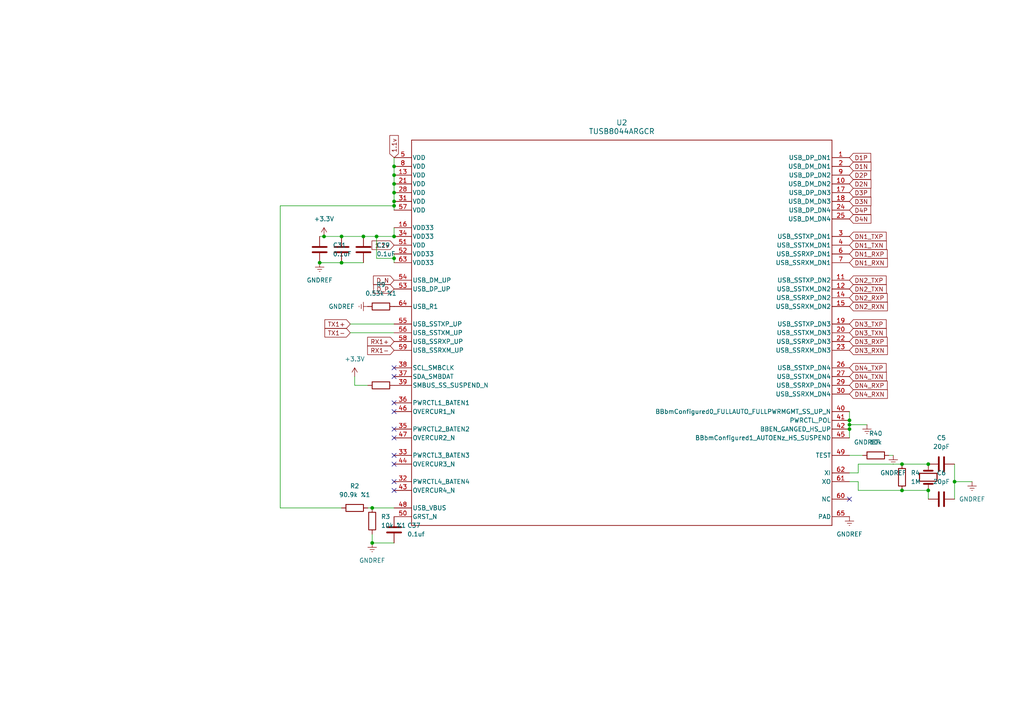
<source format=kicad_sch>
(kicad_sch
	(version 20250114)
	(generator "eeschema")
	(generator_version "9.0")
	(uuid "65fb0343-77c9-4807-8f2f-a741af0aaa7a")
	(paper "A4")
	(lib_symbols
		(symbol "2025-03-02_21-11-03:TUSB8044ARGCR"
			(pin_names
				(offset 0.254)
			)
			(exclude_from_sim no)
			(in_bom yes)
			(on_board yes)
			(property "Reference" "U"
				(at 0 2.54 0)
				(effects
					(font
						(size 1.524 1.524)
					)
				)
			)
			(property "Value" "TUSB8044ARGCR"
				(at 0 0 0)
				(effects
					(font
						(size 1.524 1.524)
					)
				)
			)
			(property "Footprint" "RGC0064G"
				(at 0 0 0)
				(effects
					(font
						(size 1.27 1.27)
						(italic yes)
					)
					(hide yes)
				)
			)
			(property "Datasheet" "TUSB8044ARGCR"
				(at 0 0 0)
				(effects
					(font
						(size 1.27 1.27)
						(italic yes)
					)
					(hide yes)
				)
			)
			(property "Description" ""
				(at 0 0 0)
				(effects
					(font
						(size 1.27 1.27)
					)
					(hide yes)
				)
			)
			(property "ki_locked" ""
				(at 0 0 0)
				(effects
					(font
						(size 1.27 1.27)
					)
				)
			)
			(property "ki_keywords" "TUSB8044ARGCR"
				(at 0 0 0)
				(effects
					(font
						(size 1.27 1.27)
					)
					(hide yes)
				)
			)
			(property "ki_fp_filters" "RGC0064G"
				(at 0 0 0)
				(effects
					(font
						(size 1.27 1.27)
					)
					(hide yes)
				)
			)
			(symbol "TUSB8044ARGCR_0_1"
				(polyline
					(pts
						(xy -60.96 55.88) (xy -60.96 -55.88)
					)
					(stroke
						(width 0.2032)
						(type default)
					)
					(fill
						(type none)
					)
				)
				(polyline
					(pts
						(xy -60.96 -55.88) (xy 60.96 -55.88)
					)
					(stroke
						(width 0.2032)
						(type default)
					)
					(fill
						(type none)
					)
				)
				(polyline
					(pts
						(xy 60.96 55.88) (xy -60.96 55.88)
					)
					(stroke
						(width 0.2032)
						(type default)
					)
					(fill
						(type none)
					)
				)
				(polyline
					(pts
						(xy 60.96 -55.88) (xy 60.96 55.88)
					)
					(stroke
						(width 0.2032)
						(type default)
					)
					(fill
						(type none)
					)
				)
				(pin power_in line
					(at -66.04 50.8 0)
					(length 5.08)
					(name "VDD"
						(effects
							(font
								(size 1.27 1.27)
							)
						)
					)
					(number "5"
						(effects
							(font
								(size 1.27 1.27)
							)
						)
					)
				)
				(pin power_in line
					(at -66.04 48.26 0)
					(length 5.08)
					(name "VDD"
						(effects
							(font
								(size 1.27 1.27)
							)
						)
					)
					(number "8"
						(effects
							(font
								(size 1.27 1.27)
							)
						)
					)
				)
				(pin power_in line
					(at -66.04 45.72 0)
					(length 5.08)
					(name "VDD"
						(effects
							(font
								(size 1.27 1.27)
							)
						)
					)
					(number "13"
						(effects
							(font
								(size 1.27 1.27)
							)
						)
					)
				)
				(pin power_in line
					(at -66.04 43.18 0)
					(length 5.08)
					(name "VDD"
						(effects
							(font
								(size 1.27 1.27)
							)
						)
					)
					(number "21"
						(effects
							(font
								(size 1.27 1.27)
							)
						)
					)
				)
				(pin power_in line
					(at -66.04 40.64 0)
					(length 5.08)
					(name "VDD"
						(effects
							(font
								(size 1.27 1.27)
							)
						)
					)
					(number "28"
						(effects
							(font
								(size 1.27 1.27)
							)
						)
					)
				)
				(pin power_in line
					(at -66.04 38.1 0)
					(length 5.08)
					(name "VDD"
						(effects
							(font
								(size 1.27 1.27)
							)
						)
					)
					(number "31"
						(effects
							(font
								(size 1.27 1.27)
							)
						)
					)
				)
				(pin power_in line
					(at -66.04 35.56 0)
					(length 5.08)
					(name "VDD"
						(effects
							(font
								(size 1.27 1.27)
							)
						)
					)
					(number "57"
						(effects
							(font
								(size 1.27 1.27)
							)
						)
					)
				)
				(pin power_in line
					(at -66.04 30.48 0)
					(length 5.08)
					(name "VDD33"
						(effects
							(font
								(size 1.27 1.27)
							)
						)
					)
					(number "16"
						(effects
							(font
								(size 1.27 1.27)
							)
						)
					)
				)
				(pin power_in line
					(at -66.04 27.94 0)
					(length 5.08)
					(name "VDD33"
						(effects
							(font
								(size 1.27 1.27)
							)
						)
					)
					(number "34"
						(effects
							(font
								(size 1.27 1.27)
							)
						)
					)
				)
				(pin power_in line
					(at -66.04 25.4 0)
					(length 5.08)
					(name "VDD"
						(effects
							(font
								(size 1.27 1.27)
							)
						)
					)
					(number "51"
						(effects
							(font
								(size 1.27 1.27)
							)
						)
					)
				)
				(pin power_in line
					(at -66.04 22.86 0)
					(length 5.08)
					(name "VDD33"
						(effects
							(font
								(size 1.27 1.27)
							)
						)
					)
					(number "52"
						(effects
							(font
								(size 1.27 1.27)
							)
						)
					)
				)
				(pin power_in line
					(at -66.04 20.32 0)
					(length 5.08)
					(name "VDD33"
						(effects
							(font
								(size 1.27 1.27)
							)
						)
					)
					(number "63"
						(effects
							(font
								(size 1.27 1.27)
							)
						)
					)
				)
				(pin bidirectional line
					(at -66.04 15.24 0)
					(length 5.08)
					(name "USB_DM_UP"
						(effects
							(font
								(size 1.27 1.27)
							)
						)
					)
					(number "54"
						(effects
							(font
								(size 1.27 1.27)
							)
						)
					)
				)
				(pin bidirectional line
					(at -66.04 12.7 0)
					(length 5.08)
					(name "USB_DP_UP"
						(effects
							(font
								(size 1.27 1.27)
							)
						)
					)
					(number "53"
						(effects
							(font
								(size 1.27 1.27)
							)
						)
					)
				)
				(pin unspecified line
					(at -66.04 7.62 0)
					(length 5.08)
					(name "USB_R1"
						(effects
							(font
								(size 1.27 1.27)
							)
						)
					)
					(number "64"
						(effects
							(font
								(size 1.27 1.27)
							)
						)
					)
				)
				(pin output line
					(at -66.04 2.54 0)
					(length 5.08)
					(name "USB_SSTXP_UP"
						(effects
							(font
								(size 1.27 1.27)
							)
						)
					)
					(number "55"
						(effects
							(font
								(size 1.27 1.27)
							)
						)
					)
				)
				(pin output line
					(at -66.04 0 0)
					(length 5.08)
					(name "USB_SSTXM_UP"
						(effects
							(font
								(size 1.27 1.27)
							)
						)
					)
					(number "56"
						(effects
							(font
								(size 1.27 1.27)
							)
						)
					)
				)
				(pin input line
					(at -66.04 -2.54 0)
					(length 5.08)
					(name "USB_SSRXP_UP"
						(effects
							(font
								(size 1.27 1.27)
							)
						)
					)
					(number "58"
						(effects
							(font
								(size 1.27 1.27)
							)
						)
					)
				)
				(pin input line
					(at -66.04 -5.08 0)
					(length 5.08)
					(name "USB_SSRXM_UP"
						(effects
							(font
								(size 1.27 1.27)
							)
						)
					)
					(number "59"
						(effects
							(font
								(size 1.27 1.27)
							)
						)
					)
				)
				(pin input line
					(at -66.04 -10.16 0)
					(length 5.08)
					(name "SCL_SMBCLK"
						(effects
							(font
								(size 1.27 1.27)
							)
						)
					)
					(number "38"
						(effects
							(font
								(size 1.27 1.27)
							)
						)
					)
				)
				(pin bidirectional line
					(at -66.04 -12.7 0)
					(length 5.08)
					(name "SDA_SMBDAT"
						(effects
							(font
								(size 1.27 1.27)
							)
						)
					)
					(number "37"
						(effects
							(font
								(size 1.27 1.27)
							)
						)
					)
				)
				(pin bidirectional line
					(at -66.04 -15.24 0)
					(length 5.08)
					(name "SMBUS_SS_SUSPEND_N"
						(effects
							(font
								(size 1.27 1.27)
							)
						)
					)
					(number "39"
						(effects
							(font
								(size 1.27 1.27)
							)
						)
					)
				)
				(pin bidirectional line
					(at -66.04 -20.32 0)
					(length 5.08)
					(name "PWRCTL1_BATEN1"
						(effects
							(font
								(size 1.27 1.27)
							)
						)
					)
					(number "36"
						(effects
							(font
								(size 1.27 1.27)
							)
						)
					)
				)
				(pin input line
					(at -66.04 -22.86 0)
					(length 5.08)
					(name "OVERCUR1_N"
						(effects
							(font
								(size 1.27 1.27)
							)
						)
					)
					(number "46"
						(effects
							(font
								(size 1.27 1.27)
							)
						)
					)
				)
				(pin bidirectional line
					(at -66.04 -27.94 0)
					(length 5.08)
					(name "PWRCTL2_BATEN2"
						(effects
							(font
								(size 1.27 1.27)
							)
						)
					)
					(number "35"
						(effects
							(font
								(size 1.27 1.27)
							)
						)
					)
				)
				(pin input line
					(at -66.04 -30.48 0)
					(length 5.08)
					(name "OVERCUR2_N"
						(effects
							(font
								(size 1.27 1.27)
							)
						)
					)
					(number "47"
						(effects
							(font
								(size 1.27 1.27)
							)
						)
					)
				)
				(pin bidirectional line
					(at -66.04 -35.56 0)
					(length 5.08)
					(name "PWRCTL3_BATEN3"
						(effects
							(font
								(size 1.27 1.27)
							)
						)
					)
					(number "33"
						(effects
							(font
								(size 1.27 1.27)
							)
						)
					)
				)
				(pin input line
					(at -66.04 -38.1 0)
					(length 5.08)
					(name "OVERCUR3_N"
						(effects
							(font
								(size 1.27 1.27)
							)
						)
					)
					(number "44"
						(effects
							(font
								(size 1.27 1.27)
							)
						)
					)
				)
				(pin bidirectional line
					(at -66.04 -43.18 0)
					(length 5.08)
					(name "PWRCTL4_BATEN4"
						(effects
							(font
								(size 1.27 1.27)
							)
						)
					)
					(number "32"
						(effects
							(font
								(size 1.27 1.27)
							)
						)
					)
				)
				(pin input line
					(at -66.04 -45.72 0)
					(length 5.08)
					(name "OVERCUR4_N"
						(effects
							(font
								(size 1.27 1.27)
							)
						)
					)
					(number "43"
						(effects
							(font
								(size 1.27 1.27)
							)
						)
					)
				)
				(pin input line
					(at -66.04 -50.8 0)
					(length 5.08)
					(name "USB_VBUS"
						(effects
							(font
								(size 1.27 1.27)
							)
						)
					)
					(number "48"
						(effects
							(font
								(size 1.27 1.27)
							)
						)
					)
				)
				(pin input line
					(at -66.04 -53.34 0)
					(length 5.08)
					(name "GRST_N"
						(effects
							(font
								(size 1.27 1.27)
							)
						)
					)
					(number "50"
						(effects
							(font
								(size 1.27 1.27)
							)
						)
					)
				)
				(pin bidirectional line
					(at 66.04 50.8 180)
					(length 5.08)
					(name "USB_DP_DN1"
						(effects
							(font
								(size 1.27 1.27)
							)
						)
					)
					(number "1"
						(effects
							(font
								(size 1.27 1.27)
							)
						)
					)
				)
				(pin bidirectional line
					(at 66.04 48.26 180)
					(length 5.08)
					(name "USB_DM_DN1"
						(effects
							(font
								(size 1.27 1.27)
							)
						)
					)
					(number "2"
						(effects
							(font
								(size 1.27 1.27)
							)
						)
					)
				)
				(pin bidirectional line
					(at 66.04 45.72 180)
					(length 5.08)
					(name "USB_DP_DN2"
						(effects
							(font
								(size 1.27 1.27)
							)
						)
					)
					(number "9"
						(effects
							(font
								(size 1.27 1.27)
							)
						)
					)
				)
				(pin bidirectional line
					(at 66.04 43.18 180)
					(length 5.08)
					(name "USB_DM_DN2"
						(effects
							(font
								(size 1.27 1.27)
							)
						)
					)
					(number "10"
						(effects
							(font
								(size 1.27 1.27)
							)
						)
					)
				)
				(pin bidirectional line
					(at 66.04 40.64 180)
					(length 5.08)
					(name "USB_DP_DN3"
						(effects
							(font
								(size 1.27 1.27)
							)
						)
					)
					(number "17"
						(effects
							(font
								(size 1.27 1.27)
							)
						)
					)
				)
				(pin bidirectional line
					(at 66.04 38.1 180)
					(length 5.08)
					(name "USB_DM_DN3"
						(effects
							(font
								(size 1.27 1.27)
							)
						)
					)
					(number "18"
						(effects
							(font
								(size 1.27 1.27)
							)
						)
					)
				)
				(pin bidirectional line
					(at 66.04 35.56 180)
					(length 5.08)
					(name "USB_DP_DN4"
						(effects
							(font
								(size 1.27 1.27)
							)
						)
					)
					(number "24"
						(effects
							(font
								(size 1.27 1.27)
							)
						)
					)
				)
				(pin bidirectional line
					(at 66.04 33.02 180)
					(length 5.08)
					(name "USB_DM_DN4"
						(effects
							(font
								(size 1.27 1.27)
							)
						)
					)
					(number "25"
						(effects
							(font
								(size 1.27 1.27)
							)
						)
					)
				)
				(pin output line
					(at 66.04 27.94 180)
					(length 5.08)
					(name "USB_SSTXP_DN1"
						(effects
							(font
								(size 1.27 1.27)
							)
						)
					)
					(number "3"
						(effects
							(font
								(size 1.27 1.27)
							)
						)
					)
				)
				(pin output line
					(at 66.04 25.4 180)
					(length 5.08)
					(name "USB_SSTXM_DN1"
						(effects
							(font
								(size 1.27 1.27)
							)
						)
					)
					(number "4"
						(effects
							(font
								(size 1.27 1.27)
							)
						)
					)
				)
				(pin input line
					(at 66.04 22.86 180)
					(length 5.08)
					(name "USB_SSRXP_DN1"
						(effects
							(font
								(size 1.27 1.27)
							)
						)
					)
					(number "6"
						(effects
							(font
								(size 1.27 1.27)
							)
						)
					)
				)
				(pin input line
					(at 66.04 20.32 180)
					(length 5.08)
					(name "USB_SSRXM_DN1"
						(effects
							(font
								(size 1.27 1.27)
							)
						)
					)
					(number "7"
						(effects
							(font
								(size 1.27 1.27)
							)
						)
					)
				)
				(pin output line
					(at 66.04 15.24 180)
					(length 5.08)
					(name "USB_SSTXP_DN2"
						(effects
							(font
								(size 1.27 1.27)
							)
						)
					)
					(number "11"
						(effects
							(font
								(size 1.27 1.27)
							)
						)
					)
				)
				(pin output line
					(at 66.04 12.7 180)
					(length 5.08)
					(name "USB_SSTXM_DN2"
						(effects
							(font
								(size 1.27 1.27)
							)
						)
					)
					(number "12"
						(effects
							(font
								(size 1.27 1.27)
							)
						)
					)
				)
				(pin input line
					(at 66.04 10.16 180)
					(length 5.08)
					(name "USB_SSRXP_DN2"
						(effects
							(font
								(size 1.27 1.27)
							)
						)
					)
					(number "14"
						(effects
							(font
								(size 1.27 1.27)
							)
						)
					)
				)
				(pin input line
					(at 66.04 7.62 180)
					(length 5.08)
					(name "USB_SSRXM_DN2"
						(effects
							(font
								(size 1.27 1.27)
							)
						)
					)
					(number "15"
						(effects
							(font
								(size 1.27 1.27)
							)
						)
					)
				)
				(pin output line
					(at 66.04 2.54 180)
					(length 5.08)
					(name "USB_SSTXP_DN3"
						(effects
							(font
								(size 1.27 1.27)
							)
						)
					)
					(number "19"
						(effects
							(font
								(size 1.27 1.27)
							)
						)
					)
				)
				(pin output line
					(at 66.04 0 180)
					(length 5.08)
					(name "USB_SSTXM_DN3"
						(effects
							(font
								(size 1.27 1.27)
							)
						)
					)
					(number "20"
						(effects
							(font
								(size 1.27 1.27)
							)
						)
					)
				)
				(pin input line
					(at 66.04 -2.54 180)
					(length 5.08)
					(name "USB_SSRXP_DN3"
						(effects
							(font
								(size 1.27 1.27)
							)
						)
					)
					(number "22"
						(effects
							(font
								(size 1.27 1.27)
							)
						)
					)
				)
				(pin input line
					(at 66.04 -5.08 180)
					(length 5.08)
					(name "USB_SSRXM_DN3"
						(effects
							(font
								(size 1.27 1.27)
							)
						)
					)
					(number "23"
						(effects
							(font
								(size 1.27 1.27)
							)
						)
					)
				)
				(pin output line
					(at 66.04 -10.16 180)
					(length 5.08)
					(name "USB_SSTXP_DN4"
						(effects
							(font
								(size 1.27 1.27)
							)
						)
					)
					(number "26"
						(effects
							(font
								(size 1.27 1.27)
							)
						)
					)
				)
				(pin output line
					(at 66.04 -12.7 180)
					(length 5.08)
					(name "USB_SSTXM_DN4"
						(effects
							(font
								(size 1.27 1.27)
							)
						)
					)
					(number "27"
						(effects
							(font
								(size 1.27 1.27)
							)
						)
					)
				)
				(pin input line
					(at 66.04 -15.24 180)
					(length 5.08)
					(name "USB_SSRXP_DN4"
						(effects
							(font
								(size 1.27 1.27)
							)
						)
					)
					(number "29"
						(effects
							(font
								(size 1.27 1.27)
							)
						)
					)
				)
				(pin input line
					(at 66.04 -17.78 180)
					(length 5.08)
					(name "USB_SSRXM_DN4"
						(effects
							(font
								(size 1.27 1.27)
							)
						)
					)
					(number "30"
						(effects
							(font
								(size 1.27 1.27)
							)
						)
					)
				)
				(pin bidirectional line
					(at 66.04 -22.86 180)
					(length 5.08)
					(name "BBbmConfigured0_FULLAUTO_FULLPWRMGMT_SS_UP_N"
						(effects
							(font
								(size 1.27 1.27)
							)
						)
					)
					(number "40"
						(effects
							(font
								(size 1.27 1.27)
							)
						)
					)
				)
				(pin bidirectional line
					(at 66.04 -25.4 180)
					(length 5.08)
					(name "PWRCTL_POL"
						(effects
							(font
								(size 1.27 1.27)
							)
						)
					)
					(number "41"
						(effects
							(font
								(size 1.27 1.27)
							)
						)
					)
				)
				(pin bidirectional line
					(at 66.04 -27.94 180)
					(length 5.08)
					(name "BBEN_GANGED_HS_UP"
						(effects
							(font
								(size 1.27 1.27)
							)
						)
					)
					(number "42"
						(effects
							(font
								(size 1.27 1.27)
							)
						)
					)
				)
				(pin bidirectional line
					(at 66.04 -30.48 180)
					(length 5.08)
					(name "BBbmConfigured1_AUTOENz_HS_SUSPEND"
						(effects
							(font
								(size 1.27 1.27)
							)
						)
					)
					(number "45"
						(effects
							(font
								(size 1.27 1.27)
							)
						)
					)
				)
				(pin unspecified line
					(at 66.04 -35.56 180)
					(length 5.08)
					(name "TEST"
						(effects
							(font
								(size 1.27 1.27)
							)
						)
					)
					(number "49"
						(effects
							(font
								(size 1.27 1.27)
							)
						)
					)
				)
				(pin unspecified line
					(at 66.04 -40.64 180)
					(length 5.08)
					(name "XI"
						(effects
							(font
								(size 1.27 1.27)
							)
						)
					)
					(number "62"
						(effects
							(font
								(size 1.27 1.27)
							)
						)
					)
				)
				(pin unspecified line
					(at 66.04 -43.18 180)
					(length 5.08)
					(name "XO"
						(effects
							(font
								(size 1.27 1.27)
							)
						)
					)
					(number "61"
						(effects
							(font
								(size 1.27 1.27)
							)
						)
					)
				)
				(pin unspecified line
					(at 66.04 -48.26 180)
					(length 5.08)
					(name "NC"
						(effects
							(font
								(size 1.27 1.27)
							)
						)
					)
					(number "60"
						(effects
							(font
								(size 1.27 1.27)
							)
						)
					)
				)
				(pin unspecified line
					(at 66.04 -53.34 180)
					(length 5.08)
					(name "PAD"
						(effects
							(font
								(size 1.27 1.27)
							)
						)
					)
					(number "65"
						(effects
							(font
								(size 1.27 1.27)
							)
						)
					)
				)
			)
			(embedded_fonts no)
		)
		(symbol "Device:C"
			(pin_numbers
				(hide yes)
			)
			(pin_names
				(offset 0.254)
			)
			(exclude_from_sim no)
			(in_bom yes)
			(on_board yes)
			(property "Reference" "C"
				(at 0.635 2.54 0)
				(effects
					(font
						(size 1.27 1.27)
					)
					(justify left)
				)
			)
			(property "Value" "C"
				(at 0.635 -2.54 0)
				(effects
					(font
						(size 1.27 1.27)
					)
					(justify left)
				)
			)
			(property "Footprint" ""
				(at 0.9652 -3.81 0)
				(effects
					(font
						(size 1.27 1.27)
					)
					(hide yes)
				)
			)
			(property "Datasheet" "~"
				(at 0 0 0)
				(effects
					(font
						(size 1.27 1.27)
					)
					(hide yes)
				)
			)
			(property "Description" "Unpolarized capacitor"
				(at 0 0 0)
				(effects
					(font
						(size 1.27 1.27)
					)
					(hide yes)
				)
			)
			(property "ki_keywords" "cap capacitor"
				(at 0 0 0)
				(effects
					(font
						(size 1.27 1.27)
					)
					(hide yes)
				)
			)
			(property "ki_fp_filters" "C_*"
				(at 0 0 0)
				(effects
					(font
						(size 1.27 1.27)
					)
					(hide yes)
				)
			)
			(symbol "C_0_1"
				(polyline
					(pts
						(xy -2.032 0.762) (xy 2.032 0.762)
					)
					(stroke
						(width 0.508)
						(type default)
					)
					(fill
						(type none)
					)
				)
				(polyline
					(pts
						(xy -2.032 -0.762) (xy 2.032 -0.762)
					)
					(stroke
						(width 0.508)
						(type default)
					)
					(fill
						(type none)
					)
				)
			)
			(symbol "C_1_1"
				(pin passive line
					(at 0 3.81 270)
					(length 2.794)
					(name "~"
						(effects
							(font
								(size 1.27 1.27)
							)
						)
					)
					(number "1"
						(effects
							(font
								(size 1.27 1.27)
							)
						)
					)
				)
				(pin passive line
					(at 0 -3.81 90)
					(length 2.794)
					(name "~"
						(effects
							(font
								(size 1.27 1.27)
							)
						)
					)
					(number "2"
						(effects
							(font
								(size 1.27 1.27)
							)
						)
					)
				)
			)
			(embedded_fonts no)
		)
		(symbol "Device:Crystal"
			(pin_numbers
				(hide yes)
			)
			(pin_names
				(offset 1.016)
				(hide yes)
			)
			(exclude_from_sim no)
			(in_bom yes)
			(on_board yes)
			(property "Reference" "Y"
				(at 0 3.81 0)
				(effects
					(font
						(size 1.27 1.27)
					)
				)
			)
			(property "Value" "Crystal"
				(at 0 -3.81 0)
				(effects
					(font
						(size 1.27 1.27)
					)
				)
			)
			(property "Footprint" ""
				(at 0 0 0)
				(effects
					(font
						(size 1.27 1.27)
					)
					(hide yes)
				)
			)
			(property "Datasheet" "~"
				(at 0 0 0)
				(effects
					(font
						(size 1.27 1.27)
					)
					(hide yes)
				)
			)
			(property "Description" "Two pin crystal"
				(at 0 0 0)
				(effects
					(font
						(size 1.27 1.27)
					)
					(hide yes)
				)
			)
			(property "ki_keywords" "quartz ceramic resonator oscillator"
				(at 0 0 0)
				(effects
					(font
						(size 1.27 1.27)
					)
					(hide yes)
				)
			)
			(property "ki_fp_filters" "Crystal*"
				(at 0 0 0)
				(effects
					(font
						(size 1.27 1.27)
					)
					(hide yes)
				)
			)
			(symbol "Crystal_0_1"
				(polyline
					(pts
						(xy -2.54 0) (xy -1.905 0)
					)
					(stroke
						(width 0)
						(type default)
					)
					(fill
						(type none)
					)
				)
				(polyline
					(pts
						(xy -1.905 -1.27) (xy -1.905 1.27)
					)
					(stroke
						(width 0.508)
						(type default)
					)
					(fill
						(type none)
					)
				)
				(rectangle
					(start -1.143 2.54)
					(end 1.143 -2.54)
					(stroke
						(width 0.3048)
						(type default)
					)
					(fill
						(type none)
					)
				)
				(polyline
					(pts
						(xy 1.905 -1.27) (xy 1.905 1.27)
					)
					(stroke
						(width 0.508)
						(type default)
					)
					(fill
						(type none)
					)
				)
				(polyline
					(pts
						(xy 2.54 0) (xy 1.905 0)
					)
					(stroke
						(width 0)
						(type default)
					)
					(fill
						(type none)
					)
				)
			)
			(symbol "Crystal_1_1"
				(pin passive line
					(at -3.81 0 0)
					(length 1.27)
					(name "1"
						(effects
							(font
								(size 1.27 1.27)
							)
						)
					)
					(number "1"
						(effects
							(font
								(size 1.27 1.27)
							)
						)
					)
				)
				(pin passive line
					(at 3.81 0 180)
					(length 1.27)
					(name "2"
						(effects
							(font
								(size 1.27 1.27)
							)
						)
					)
					(number "2"
						(effects
							(font
								(size 1.27 1.27)
							)
						)
					)
				)
			)
			(embedded_fonts no)
		)
		(symbol "Device:R"
			(pin_numbers
				(hide yes)
			)
			(pin_names
				(offset 0)
			)
			(exclude_from_sim no)
			(in_bom yes)
			(on_board yes)
			(property "Reference" "R"
				(at 2.032 0 90)
				(effects
					(font
						(size 1.27 1.27)
					)
				)
			)
			(property "Value" "R"
				(at 0 0 90)
				(effects
					(font
						(size 1.27 1.27)
					)
				)
			)
			(property "Footprint" ""
				(at -1.778 0 90)
				(effects
					(font
						(size 1.27 1.27)
					)
					(hide yes)
				)
			)
			(property "Datasheet" "~"
				(at 0 0 0)
				(effects
					(font
						(size 1.27 1.27)
					)
					(hide yes)
				)
			)
			(property "Description" "Resistor"
				(at 0 0 0)
				(effects
					(font
						(size 1.27 1.27)
					)
					(hide yes)
				)
			)
			(property "ki_keywords" "R res resistor"
				(at 0 0 0)
				(effects
					(font
						(size 1.27 1.27)
					)
					(hide yes)
				)
			)
			(property "ki_fp_filters" "R_*"
				(at 0 0 0)
				(effects
					(font
						(size 1.27 1.27)
					)
					(hide yes)
				)
			)
			(symbol "R_0_1"
				(rectangle
					(start -1.016 -2.54)
					(end 1.016 2.54)
					(stroke
						(width 0.254)
						(type default)
					)
					(fill
						(type none)
					)
				)
			)
			(symbol "R_1_1"
				(pin passive line
					(at 0 3.81 270)
					(length 1.27)
					(name "~"
						(effects
							(font
								(size 1.27 1.27)
							)
						)
					)
					(number "1"
						(effects
							(font
								(size 1.27 1.27)
							)
						)
					)
				)
				(pin passive line
					(at 0 -3.81 90)
					(length 1.27)
					(name "~"
						(effects
							(font
								(size 1.27 1.27)
							)
						)
					)
					(number "2"
						(effects
							(font
								(size 1.27 1.27)
							)
						)
					)
				)
			)
			(embedded_fonts no)
		)
		(symbol "power:+3.3V"
			(power)
			(pin_numbers
				(hide yes)
			)
			(pin_names
				(offset 0)
				(hide yes)
			)
			(exclude_from_sim no)
			(in_bom yes)
			(on_board yes)
			(property "Reference" "#PWR"
				(at 0 -3.81 0)
				(effects
					(font
						(size 1.27 1.27)
					)
					(hide yes)
				)
			)
			(property "Value" "+3.3V"
				(at 0 3.556 0)
				(effects
					(font
						(size 1.27 1.27)
					)
				)
			)
			(property "Footprint" ""
				(at 0 0 0)
				(effects
					(font
						(size 1.27 1.27)
					)
					(hide yes)
				)
			)
			(property "Datasheet" ""
				(at 0 0 0)
				(effects
					(font
						(size 1.27 1.27)
					)
					(hide yes)
				)
			)
			(property "Description" "Power symbol creates a global label with name \"+3.3V\""
				(at 0 0 0)
				(effects
					(font
						(size 1.27 1.27)
					)
					(hide yes)
				)
			)
			(property "ki_keywords" "global power"
				(at 0 0 0)
				(effects
					(font
						(size 1.27 1.27)
					)
					(hide yes)
				)
			)
			(symbol "+3.3V_0_1"
				(polyline
					(pts
						(xy -0.762 1.27) (xy 0 2.54)
					)
					(stroke
						(width 0)
						(type default)
					)
					(fill
						(type none)
					)
				)
				(polyline
					(pts
						(xy 0 2.54) (xy 0.762 1.27)
					)
					(stroke
						(width 0)
						(type default)
					)
					(fill
						(type none)
					)
				)
				(polyline
					(pts
						(xy 0 0) (xy 0 2.54)
					)
					(stroke
						(width 0)
						(type default)
					)
					(fill
						(type none)
					)
				)
			)
			(symbol "+3.3V_1_1"
				(pin power_in line
					(at 0 0 90)
					(length 0)
					(name "~"
						(effects
							(font
								(size 1.27 1.27)
							)
						)
					)
					(number "1"
						(effects
							(font
								(size 1.27 1.27)
							)
						)
					)
				)
			)
			(embedded_fonts no)
		)
		(symbol "power:GNDREF"
			(power)
			(pin_numbers
				(hide yes)
			)
			(pin_names
				(offset 0)
				(hide yes)
			)
			(exclude_from_sim no)
			(in_bom yes)
			(on_board yes)
			(property "Reference" "#PWR"
				(at 0 -6.35 0)
				(effects
					(font
						(size 1.27 1.27)
					)
					(hide yes)
				)
			)
			(property "Value" "GNDREF"
				(at 0 -3.81 0)
				(effects
					(font
						(size 1.27 1.27)
					)
				)
			)
			(property "Footprint" ""
				(at 0 0 0)
				(effects
					(font
						(size 1.27 1.27)
					)
					(hide yes)
				)
			)
			(property "Datasheet" ""
				(at 0 0 0)
				(effects
					(font
						(size 1.27 1.27)
					)
					(hide yes)
				)
			)
			(property "Description" "Power symbol creates a global label with name \"GNDREF\" , reference supply ground"
				(at 0 0 0)
				(effects
					(font
						(size 1.27 1.27)
					)
					(hide yes)
				)
			)
			(property "ki_keywords" "global power"
				(at 0 0 0)
				(effects
					(font
						(size 1.27 1.27)
					)
					(hide yes)
				)
			)
			(symbol "GNDREF_0_1"
				(polyline
					(pts
						(xy -0.635 -1.905) (xy 0.635 -1.905)
					)
					(stroke
						(width 0)
						(type default)
					)
					(fill
						(type none)
					)
				)
				(polyline
					(pts
						(xy -0.127 -2.54) (xy 0.127 -2.54)
					)
					(stroke
						(width 0)
						(type default)
					)
					(fill
						(type none)
					)
				)
				(polyline
					(pts
						(xy 0 -1.27) (xy 0 0)
					)
					(stroke
						(width 0)
						(type default)
					)
					(fill
						(type none)
					)
				)
				(polyline
					(pts
						(xy 1.27 -1.27) (xy -1.27 -1.27)
					)
					(stroke
						(width 0)
						(type default)
					)
					(fill
						(type none)
					)
				)
			)
			(symbol "GNDREF_1_1"
				(pin power_in line
					(at 0 0 270)
					(length 0)
					(name "~"
						(effects
							(font
								(size 1.27 1.27)
							)
						)
					)
					(number "1"
						(effects
							(font
								(size 1.27 1.27)
							)
						)
					)
				)
			)
			(embedded_fonts no)
		)
	)
	(junction
		(at 269.24 142.24)
		(diameter 0)
		(color 0 0 0 0)
		(uuid "0b04f638-0746-44bd-a993-a4255bf22100")
	)
	(junction
		(at 269.24 134.62)
		(diameter 0)
		(color 0 0 0 0)
		(uuid "0b3fe4fb-4f6e-468e-92e8-c59b9a443085")
	)
	(junction
		(at 114.3 48.26)
		(diameter 0)
		(color 0 0 0 0)
		(uuid "0c6c7317-8199-4ac6-9b36-fccb5d5f7234")
	)
	(junction
		(at 114.3 59.69)
		(diameter 0)
		(color 0 0 0 0)
		(uuid "1472b6e3-3928-4961-a3fa-28cfa9f6b9fb")
	)
	(junction
		(at 99.06 68.58)
		(diameter 0)
		(color 0 0 0 0)
		(uuid "1f550dfb-16d4-4161-9ba3-e5b72bf331c1")
	)
	(junction
		(at 107.95 147.32)
		(diameter 0)
		(color 0 0 0 0)
		(uuid "42880e33-0d6b-4a8d-965c-5fd3cd9b557f")
	)
	(junction
		(at 114.3 53.34)
		(diameter 0)
		(color 0 0 0 0)
		(uuid "4a3f40cd-20ab-4426-9920-4a3661e434bd")
	)
	(junction
		(at 114.3 50.8)
		(diameter 0)
		(color 0 0 0 0)
		(uuid "4db8f7f1-6ddd-4a2b-a2d0-b49f000d7617")
	)
	(junction
		(at 99.06 76.2)
		(diameter 0)
		(color 0 0 0 0)
		(uuid "4f9433a9-76a1-4242-9f92-a64e207f7eae")
	)
	(junction
		(at 114.3 74.93)
		(diameter 0)
		(color 0 0 0 0)
		(uuid "53aee0c8-b7f2-49ad-9e9d-f6b49b6cd56e")
	)
	(junction
		(at 107.95 157.48)
		(diameter 0)
		(color 0 0 0 0)
		(uuid "54243b6d-7b25-4391-8a5f-4183d97893d4")
	)
	(junction
		(at 276.86 139.7)
		(diameter 0)
		(color 0 0 0 0)
		(uuid "71cc6154-5a7f-4df2-8296-00b128f4f960")
	)
	(junction
		(at 109.22 68.58)
		(diameter 0)
		(color 0 0 0 0)
		(uuid "799889aa-99ef-433b-97bd-8eb72b502b99")
	)
	(junction
		(at 114.3 58.42)
		(diameter 0)
		(color 0 0 0 0)
		(uuid "7de3def4-fbb3-4568-b514-d23949a3eb58")
	)
	(junction
		(at 261.62 134.62)
		(diameter 0)
		(color 0 0 0 0)
		(uuid "84a71256-039e-415c-9c2d-e82a44be9478")
	)
	(junction
		(at 92.71 76.2)
		(diameter 0)
		(color 0 0 0 0)
		(uuid "972a0904-eafb-43ab-8db4-ecb9f0f20f6f")
	)
	(junction
		(at 114.3 55.88)
		(diameter 0)
		(color 0 0 0 0)
		(uuid "99b37244-09d2-406e-803c-6f050af2a64a")
	)
	(junction
		(at 246.38 123.19)
		(diameter 0)
		(color 0 0 0 0)
		(uuid "a35a79f1-37e7-4b78-9b4f-f8b05b64cc86")
	)
	(junction
		(at 105.41 68.58)
		(diameter 0)
		(color 0 0 0 0)
		(uuid "b5e294b0-95a0-4d19-95e2-42f0a295f573")
	)
	(junction
		(at 114.3 68.58)
		(diameter 0)
		(color 0 0 0 0)
		(uuid "c6587142-0854-4910-8f9c-e254b53964fc")
	)
	(junction
		(at 261.62 142.24)
		(diameter 0)
		(color 0 0 0 0)
		(uuid "ec9908e1-f8a6-4521-9e36-2a8f6da7ffa6")
	)
	(junction
		(at 246.38 124.46)
		(diameter 0)
		(color 0 0 0 0)
		(uuid "f533efb3-a004-45ec-ac9e-15b3bee816a9")
	)
	(junction
		(at 246.38 121.92)
		(diameter 0)
		(color 0 0 0 0)
		(uuid "f76a5fb1-d9f1-4bdc-9c24-cdc667532ae0")
	)
	(junction
		(at 93.98 68.58)
		(diameter 0)
		(color 0 0 0 0)
		(uuid "f93c01bd-bfce-452e-8062-36f57f1ce418")
	)
	(no_connect
		(at 114.3 119.38)
		(uuid "27584fae-25ea-4e12-8578-e81c186e7fce")
	)
	(no_connect
		(at 114.3 124.46)
		(uuid "632a052b-3672-449d-8e3d-86d93e653afb")
	)
	(no_connect
		(at 114.3 132.08)
		(uuid "7d16c1de-ab2c-4849-a520-dc670099a3d2")
	)
	(no_connect
		(at 114.3 106.68)
		(uuid "9270aa20-0831-44ed-93a7-5e1476e48d04")
	)
	(no_connect
		(at 114.3 142.24)
		(uuid "948b31c1-3b59-47f8-9913-283b27890435")
	)
	(no_connect
		(at 114.3 134.62)
		(uuid "a0085775-70c5-44cd-9e4b-e4de4701d611")
	)
	(no_connect
		(at 114.3 127)
		(uuid "a6769188-d53a-48e3-9a56-58d2c3c410e5")
	)
	(no_connect
		(at 114.3 109.22)
		(uuid "c8722537-567e-42c9-8ff3-0dc27be3a15c")
	)
	(no_connect
		(at 246.38 144.78)
		(uuid "d6921761-8dc3-49b3-aa40-068a35ae23e1")
	)
	(no_connect
		(at 114.3 116.84)
		(uuid "da0689d7-5e36-4bd3-a86e-448fca9cd802")
	)
	(no_connect
		(at 114.3 139.7)
		(uuid "f81134f0-a03b-42af-8c35-6ed5a9e6c30b")
	)
	(wire
		(pts
			(xy 81.28 147.32) (xy 99.06 147.32)
		)
		(stroke
			(width 0)
			(type default)
		)
		(uuid "120e2485-acde-4124-91dc-93510d32a12a")
	)
	(wire
		(pts
			(xy 248.92 134.62) (xy 261.62 134.62)
		)
		(stroke
			(width 0)
			(type default)
		)
		(uuid "1813c215-923b-4c05-85a8-db88b26ea817")
	)
	(wire
		(pts
			(xy 101.6 96.52) (xy 114.3 96.52)
		)
		(stroke
			(width 0)
			(type default)
		)
		(uuid "18af5e25-1fc0-47bf-81a1-04b9c09bbed0")
	)
	(wire
		(pts
			(xy 261.62 134.62) (xy 269.24 134.62)
		)
		(stroke
			(width 0)
			(type default)
		)
		(uuid "1c7cebfd-0ed0-49bd-a7f2-577deb707dd2")
	)
	(wire
		(pts
			(xy 99.06 68.58) (xy 105.41 68.58)
		)
		(stroke
			(width 0)
			(type default)
		)
		(uuid "31961ea5-5189-42b6-adec-87e0ba9078ba")
	)
	(wire
		(pts
			(xy 107.95 147.32) (xy 114.3 147.32)
		)
		(stroke
			(width 0)
			(type default)
		)
		(uuid "31a3fd66-7a42-46cd-b0ff-866dbcab8a8b")
	)
	(wire
		(pts
			(xy 93.98 68.58) (xy 99.06 68.58)
		)
		(stroke
			(width 0)
			(type default)
		)
		(uuid "329cd726-c319-4efb-b632-c05cbfa57b19")
	)
	(wire
		(pts
			(xy 276.86 134.62) (xy 276.86 139.7)
		)
		(stroke
			(width 0)
			(type default)
		)
		(uuid "346d500f-d75e-43c6-8c6d-204ee3a80155")
	)
	(wire
		(pts
			(xy 246.38 139.7) (xy 248.92 139.7)
		)
		(stroke
			(width 0)
			(type default)
		)
		(uuid "35db3ba2-1ea2-45b4-b0d2-1b1b0bdc695a")
	)
	(wire
		(pts
			(xy 105.41 68.58) (xy 109.22 68.58)
		)
		(stroke
			(width 0)
			(type default)
		)
		(uuid "3955a363-985d-435a-978d-5c43acc33960")
	)
	(wire
		(pts
			(xy 114.3 55.88) (xy 114.3 58.42)
		)
		(stroke
			(width 0)
			(type default)
		)
		(uuid "3ce2dda6-0f82-41de-8398-55fecb57d601")
	)
	(wire
		(pts
			(xy 246.38 119.38) (xy 246.38 121.92)
		)
		(stroke
			(width 0)
			(type default)
		)
		(uuid "414372b5-65b9-4d60-aac4-0a2f84cc15a0")
	)
	(wire
		(pts
			(xy 248.92 139.7) (xy 248.92 142.24)
		)
		(stroke
			(width 0)
			(type default)
		)
		(uuid "4c82cbca-6766-4f90-86b8-ea4e818318e7")
	)
	(wire
		(pts
			(xy 109.22 74.93) (xy 114.3 74.93)
		)
		(stroke
			(width 0)
			(type default)
		)
		(uuid "529e8f8c-5b2a-40d6-ba27-6178bb4407b3")
	)
	(wire
		(pts
			(xy 114.3 50.8) (xy 114.3 53.34)
		)
		(stroke
			(width 0)
			(type default)
		)
		(uuid "595e6c94-ac7b-4a16-813b-a0948a5c6448")
	)
	(wire
		(pts
			(xy 81.28 59.69) (xy 81.28 147.32)
		)
		(stroke
			(width 0)
			(type default)
		)
		(uuid "6090845a-7d30-41c1-bce3-75c3ee6b508e")
	)
	(wire
		(pts
			(xy 246.38 121.92) (xy 246.38 123.19)
		)
		(stroke
			(width 0)
			(type default)
		)
		(uuid "60baba50-cdea-49a1-98cb-caed87395a61")
	)
	(wire
		(pts
			(xy 101.6 93.98) (xy 114.3 93.98)
		)
		(stroke
			(width 0)
			(type default)
		)
		(uuid "73145ce7-8824-46db-a162-44c627899632")
	)
	(wire
		(pts
			(xy 109.22 68.58) (xy 109.22 74.93)
		)
		(stroke
			(width 0)
			(type default)
		)
		(uuid "795532cb-bd6a-4d15-93d4-f7ad0551aa4a")
	)
	(wire
		(pts
			(xy 114.3 58.42) (xy 114.3 59.69)
		)
		(stroke
			(width 0)
			(type default)
		)
		(uuid "7c32d0df-4cf8-424a-9975-8845092a79cd")
	)
	(wire
		(pts
			(xy 114.3 45.72) (xy 114.3 48.26)
		)
		(stroke
			(width 0)
			(type default)
		)
		(uuid "80d10558-f686-4255-b3c3-0d40000a20c7")
	)
	(wire
		(pts
			(xy 246.38 123.19) (xy 251.46 123.19)
		)
		(stroke
			(width 0)
			(type default)
		)
		(uuid "8507f7b9-38fc-47f5-bb15-d1785ecd5f6b")
	)
	(wire
		(pts
			(xy 114.3 48.26) (xy 114.3 50.8)
		)
		(stroke
			(width 0)
			(type default)
		)
		(uuid "85fc7e7b-3af9-46aa-85a8-6d8ad7f6a222")
	)
	(wire
		(pts
			(xy 107.95 154.94) (xy 107.95 157.48)
		)
		(stroke
			(width 0)
			(type default)
		)
		(uuid "8b3b045c-15e3-45f3-825a-16ce77730e34")
	)
	(wire
		(pts
			(xy 261.62 142.24) (xy 269.24 142.24)
		)
		(stroke
			(width 0)
			(type default)
		)
		(uuid "8d0762ec-4d2d-4e8a-99ca-f7914dcfb50b")
	)
	(wire
		(pts
			(xy 114.3 73.66) (xy 114.3 74.93)
		)
		(stroke
			(width 0)
			(type default)
		)
		(uuid "8f01cfd1-7a68-4ac2-ace9-2c092c8db652")
	)
	(wire
		(pts
			(xy 246.38 137.16) (xy 248.92 137.16)
		)
		(stroke
			(width 0)
			(type default)
		)
		(uuid "8fc28121-3a9b-474d-ad0b-b5cee1692ab7")
	)
	(wire
		(pts
			(xy 99.06 76.2) (xy 105.41 76.2)
		)
		(stroke
			(width 0)
			(type default)
		)
		(uuid "9080ae85-6c5e-40b7-86e1-00aa2a392c50")
	)
	(wire
		(pts
			(xy 276.86 139.7) (xy 281.94 139.7)
		)
		(stroke
			(width 0)
			(type default)
		)
		(uuid "93717d07-92c6-4d5f-be90-46d017bfd50e")
	)
	(wire
		(pts
			(xy 246.38 124.46) (xy 246.38 127)
		)
		(stroke
			(width 0)
			(type default)
		)
		(uuid "95c0f74d-63c4-45b4-b792-1bedd9afd5ac")
	)
	(wire
		(pts
			(xy 106.68 147.32) (xy 107.95 147.32)
		)
		(stroke
			(width 0)
			(type default)
		)
		(uuid "99181d3e-9222-41b5-88ea-9c69ef6b1704")
	)
	(wire
		(pts
			(xy 248.92 142.24) (xy 261.62 142.24)
		)
		(stroke
			(width 0)
			(type default)
		)
		(uuid "9946dd1d-60a6-4a88-99cf-94921ae3101f")
	)
	(wire
		(pts
			(xy 114.3 59.69) (xy 114.3 60.96)
		)
		(stroke
			(width 0)
			(type default)
		)
		(uuid "9c5e21fb-6f0b-4cee-9ce6-0de1f4519e55")
	)
	(wire
		(pts
			(xy 114.3 66.04) (xy 114.3 68.58)
		)
		(stroke
			(width 0)
			(type default)
		)
		(uuid "a5b8cff0-995a-4ae3-95ab-0fac7ae3d478")
	)
	(wire
		(pts
			(xy 269.24 144.78) (xy 269.24 142.24)
		)
		(stroke
			(width 0)
			(type default)
		)
		(uuid "b2e385a0-013a-4fc6-8bf4-a4172677d8cc")
	)
	(wire
		(pts
			(xy 259.08 132.08) (xy 257.81 132.08)
		)
		(stroke
			(width 0)
			(type default)
		)
		(uuid "b3ba4b54-33c2-4c9d-a5ff-a2216955de79")
	)
	(wire
		(pts
			(xy 109.22 68.58) (xy 114.3 68.58)
		)
		(stroke
			(width 0)
			(type default)
		)
		(uuid "b6bc763b-3fa4-4281-9193-e49c1068b3bd")
	)
	(wire
		(pts
			(xy 250.19 132.08) (xy 246.38 132.08)
		)
		(stroke
			(width 0)
			(type default)
		)
		(uuid "b7c898d4-9e8b-4e84-ada5-7c1945744b21")
	)
	(wire
		(pts
			(xy 102.87 109.22) (xy 102.87 111.76)
		)
		(stroke
			(width 0)
			(type default)
		)
		(uuid "c042445e-609e-463d-aafe-6a5c5d56077a")
	)
	(wire
		(pts
			(xy 246.38 123.19) (xy 246.38 124.46)
		)
		(stroke
			(width 0)
			(type default)
		)
		(uuid "c1deb4a3-44eb-40ef-ac73-c2082fe4caf7")
	)
	(wire
		(pts
			(xy 248.92 137.16) (xy 248.92 134.62)
		)
		(stroke
			(width 0)
			(type default)
		)
		(uuid "c681d43b-32bd-45ef-b740-39760771417e")
	)
	(wire
		(pts
			(xy 92.71 68.58) (xy 93.98 68.58)
		)
		(stroke
			(width 0)
			(type default)
		)
		(uuid "c75a35b1-bf0f-4c20-8faa-9018d6e36ff3")
	)
	(wire
		(pts
			(xy 276.86 139.7) (xy 276.86 144.78)
		)
		(stroke
			(width 0)
			(type default)
		)
		(uuid "c87f7ad4-74d7-4217-8a9a-2a559c0a6666")
	)
	(wire
		(pts
			(xy 106.68 111.76) (xy 102.87 111.76)
		)
		(stroke
			(width 0)
			(type default)
		)
		(uuid "cd37f9bf-94cd-4c26-ac8c-0acbfeba392e")
	)
	(wire
		(pts
			(xy 114.3 74.93) (xy 114.3 76.2)
		)
		(stroke
			(width 0)
			(type default)
		)
		(uuid "e971868b-6605-4f00-a6aa-0a07501341de")
	)
	(wire
		(pts
			(xy 114.3 53.34) (xy 114.3 55.88)
		)
		(stroke
			(width 0)
			(type default)
		)
		(uuid "e9c4c6c1-6777-4fdc-a864-43027ea4f8ac")
	)
	(wire
		(pts
			(xy 114.3 157.48) (xy 107.95 157.48)
		)
		(stroke
			(width 0)
			(type default)
		)
		(uuid "ee5584f1-0699-4ad0-8bf1-66464069f4ec")
	)
	(wire
		(pts
			(xy 92.71 76.2) (xy 99.06 76.2)
		)
		(stroke
			(width 0)
			(type default)
		)
		(uuid "f01d009d-80a5-4c61-8d0c-e4cae0230a82")
	)
	(wire
		(pts
			(xy 114.3 59.69) (xy 81.28 59.69)
		)
		(stroke
			(width 0)
			(type default)
		)
		(uuid "f7558970-3870-4fd4-acfb-6abccbb63053")
	)
	(global_label "D4N"
		(shape input)
		(at 246.38 63.5 0)
		(fields_autoplaced yes)
		(effects
			(font
				(size 1.27 1.27)
			)
			(justify left)
		)
		(uuid "01dd1540-0f52-4bd9-9c04-14ba25b92ac4")
		(property "Intersheetrefs" "${INTERSHEET_REFS}"
			(at 253.1752 63.5 0)
			(effects
				(font
					(size 1.27 1.27)
				)
				(justify left)
				(hide yes)
			)
		)
	)
	(global_label "D1N"
		(shape input)
		(at 246.38 48.26 0)
		(fields_autoplaced yes)
		(effects
			(font
				(size 1.27 1.27)
			)
			(justify left)
		)
		(uuid "030a1796-afed-4dac-95ca-1405306e19af")
		(property "Intersheetrefs" "${INTERSHEET_REFS}"
			(at 253.1752 48.26 0)
			(effects
				(font
					(size 1.27 1.27)
				)
				(justify left)
				(hide yes)
			)
		)
	)
	(global_label "DN2_TXN"
		(shape input)
		(at 246.38 83.82 0)
		(fields_autoplaced yes)
		(effects
			(font
				(size 1.27 1.27)
			)
			(justify left)
		)
		(uuid "0544abdc-a95b-449c-99e9-8bc7e0bd3b3b")
		(property "Intersheetrefs" "${INTERSHEET_REFS}"
			(at 257.6504 83.82 0)
			(effects
				(font
					(size 1.27 1.27)
				)
				(justify left)
				(hide yes)
			)
		)
	)
	(global_label "DN4_TXN"
		(shape input)
		(at 246.38 109.22 0)
		(fields_autoplaced yes)
		(effects
			(font
				(size 1.27 1.27)
			)
			(justify left)
		)
		(uuid "0dc45bb8-203b-4ed5-9477-60df254e87b9")
		(property "Intersheetrefs" "${INTERSHEET_REFS}"
			(at 257.6504 109.22 0)
			(effects
				(font
					(size 1.27 1.27)
				)
				(justify left)
				(hide yes)
			)
		)
	)
	(global_label "TX1-"
		(shape input)
		(at 101.6 96.52 180)
		(fields_autoplaced yes)
		(effects
			(font
				(size 1.27 1.27)
			)
			(justify right)
		)
		(uuid "113ddf1c-434c-4670-ad70-4ce281f57c08")
		(property "Intersheetrefs" "${INTERSHEET_REFS}"
			(at 93.6558 96.52 0)
			(effects
				(font
					(size 1.27 1.27)
				)
				(justify right)
				(hide yes)
			)
		)
	)
	(global_label "DN3_RXN"
		(shape input)
		(at 246.38 101.6 0)
		(fields_autoplaced yes)
		(effects
			(font
				(size 1.27 1.27)
			)
			(justify left)
		)
		(uuid "1ffef96a-1907-4f10-ba64-071d262b8a58")
		(property "Intersheetrefs" "${INTERSHEET_REFS}"
			(at 257.9528 101.6 0)
			(effects
				(font
					(size 1.27 1.27)
				)
				(justify left)
				(hide yes)
			)
		)
	)
	(global_label "DN2_RXN"
		(shape input)
		(at 246.38 88.9 0)
		(fields_autoplaced yes)
		(effects
			(font
				(size 1.27 1.27)
			)
			(justify left)
		)
		(uuid "2287bde6-15f1-49de-a37a-aa441eb8b01a")
		(property "Intersheetrefs" "${INTERSHEET_REFS}"
			(at 257.9528 88.9 0)
			(effects
				(font
					(size 1.27 1.27)
				)
				(justify left)
				(hide yes)
			)
		)
	)
	(global_label "D3N"
		(shape input)
		(at 246.38 58.42 0)
		(fields_autoplaced yes)
		(effects
			(font
				(size 1.27 1.27)
			)
			(justify left)
		)
		(uuid "273503ad-df25-4474-b7fa-53e7c625aa3e")
		(property "Intersheetrefs" "${INTERSHEET_REFS}"
			(at 253.1752 58.42 0)
			(effects
				(font
					(size 1.27 1.27)
				)
				(justify left)
				(hide yes)
			)
		)
	)
	(global_label "D3P"
		(shape input)
		(at 246.38 55.88 0)
		(fields_autoplaced yes)
		(effects
			(font
				(size 1.27 1.27)
			)
			(justify left)
		)
		(uuid "27d31eba-30d5-4c36-9276-f38435b5a585")
		(property "Intersheetrefs" "${INTERSHEET_REFS}"
			(at 253.1147 55.88 0)
			(effects
				(font
					(size 1.27 1.27)
				)
				(justify left)
				(hide yes)
			)
		)
	)
	(global_label "DN3_RXP"
		(shape input)
		(at 246.38 99.06 0)
		(fields_autoplaced yes)
		(effects
			(font
				(size 1.27 1.27)
			)
			(justify left)
		)
		(uuid "2d5eccfa-0b31-462e-8f74-f5e3966d521d")
		(property "Intersheetrefs" "${INTERSHEET_REFS}"
			(at 257.8923 99.06 0)
			(effects
				(font
					(size 1.27 1.27)
				)
				(justify left)
				(hide yes)
			)
		)
	)
	(global_label "DN3_TXN"
		(shape input)
		(at 246.38 96.52 0)
		(fields_autoplaced yes)
		(effects
			(font
				(size 1.27 1.27)
			)
			(justify left)
		)
		(uuid "2eb22484-3acb-41a9-a2a5-ce70159a8108")
		(property "Intersheetrefs" "${INTERSHEET_REFS}"
			(at 257.6504 96.52 0)
			(effects
				(font
					(size 1.27 1.27)
				)
				(justify left)
				(hide yes)
			)
		)
	)
	(global_label "DN2_TXP"
		(shape input)
		(at 246.38 81.28 0)
		(fields_autoplaced yes)
		(effects
			(font
				(size 1.27 1.27)
			)
			(justify left)
		)
		(uuid "3514ed9c-395f-4012-b8ad-7b8c16281195")
		(property "Intersheetrefs" "${INTERSHEET_REFS}"
			(at 257.5899 81.28 0)
			(effects
				(font
					(size 1.27 1.27)
				)
				(justify left)
				(hide yes)
			)
		)
	)
	(global_label "1.1v"
		(shape input)
		(at 114.3 71.12 180)
		(fields_autoplaced yes)
		(effects
			(font
				(size 1.27 1.27)
			)
			(justify right)
		)
		(uuid "3f226d66-01b2-440d-8af2-e1e5cd8c3261")
		(property "Intersheetrefs" "${INTERSHEET_REFS}"
			(at 107.3234 71.12 0)
			(effects
				(font
					(size 1.27 1.27)
				)
				(justify right)
				(hide yes)
			)
		)
	)
	(global_label "DN2_RXP"
		(shape input)
		(at 246.38 86.36 0)
		(fields_autoplaced yes)
		(effects
			(font
				(size 1.27 1.27)
			)
			(justify left)
		)
		(uuid "5d38feb3-8509-4089-ab80-470979668f6c")
		(property "Intersheetrefs" "${INTERSHEET_REFS}"
			(at 257.8923 86.36 0)
			(effects
				(font
					(size 1.27 1.27)
				)
				(justify left)
				(hide yes)
			)
		)
	)
	(global_label "DN1_TXN"
		(shape input)
		(at 246.38 71.12 0)
		(fields_autoplaced yes)
		(effects
			(font
				(size 1.27 1.27)
			)
			(justify left)
		)
		(uuid "60def4d3-f8ea-472e-98d5-ca5b13eafc54")
		(property "Intersheetrefs" "${INTERSHEET_REFS}"
			(at 257.6504 71.12 0)
			(effects
				(font
					(size 1.27 1.27)
				)
				(justify left)
				(hide yes)
			)
		)
	)
	(global_label "1.1v"
		(shape input)
		(at 114.3 45.72 90)
		(fields_autoplaced yes)
		(effects
			(font
				(size 1.27 1.27)
			)
			(justify left)
		)
		(uuid "83291901-34c5-463c-8479-621e15f9dab2")
		(property "Intersheetrefs" "${INTERSHEET_REFS}"
			(at 114.3 38.7434 90)
			(effects
				(font
					(size 1.27 1.27)
				)
				(justify left)
				(hide yes)
			)
		)
	)
	(global_label "RX1+"
		(shape input)
		(at 114.3 99.06 180)
		(fields_autoplaced yes)
		(effects
			(font
				(size 1.27 1.27)
			)
			(justify right)
		)
		(uuid "89b010ff-5644-4870-90a3-c966c0505395")
		(property "Intersheetrefs" "${INTERSHEET_REFS}"
			(at 106.0534 99.06 0)
			(effects
				(font
					(size 1.27 1.27)
				)
				(justify right)
				(hide yes)
			)
		)
	)
	(global_label "DN1_RXP"
		(shape input)
		(at 246.38 73.66 0)
		(fields_autoplaced yes)
		(effects
			(font
				(size 1.27 1.27)
			)
			(justify left)
		)
		(uuid "90f09ea2-e968-4654-b054-0807b5599b7c")
		(property "Intersheetrefs" "${INTERSHEET_REFS}"
			(at 257.8923 73.66 0)
			(effects
				(font
					(size 1.27 1.27)
				)
				(justify left)
				(hide yes)
			)
		)
	)
	(global_label "DN4_RXP"
		(shape input)
		(at 246.38 111.76 0)
		(fields_autoplaced yes)
		(effects
			(font
				(size 1.27 1.27)
			)
			(justify left)
		)
		(uuid "9d5dac0a-c22a-41e3-aaf4-e873054eb25c")
		(property "Intersheetrefs" "${INTERSHEET_REFS}"
			(at 257.8923 111.76 0)
			(effects
				(font
					(size 1.27 1.27)
				)
				(justify left)
				(hide yes)
			)
		)
	)
	(global_label "D2N"
		(shape input)
		(at 246.38 53.34 0)
		(fields_autoplaced yes)
		(effects
			(font
				(size 1.27 1.27)
			)
			(justify left)
		)
		(uuid "a3c9401f-4fcd-4935-9d25-ce3233a4e93b")
		(property "Intersheetrefs" "${INTERSHEET_REFS}"
			(at 253.1752 53.34 0)
			(effects
				(font
					(size 1.27 1.27)
				)
				(justify left)
				(hide yes)
			)
		)
	)
	(global_label "RX1-"
		(shape input)
		(at 114.3 101.6 180)
		(fields_autoplaced yes)
		(effects
			(font
				(size 1.27 1.27)
			)
			(justify right)
		)
		(uuid "a8bb732e-b5d2-45f1-ac5f-f6f0a9510f66")
		(property "Intersheetrefs" "${INTERSHEET_REFS}"
			(at 106.0534 101.6 0)
			(effects
				(font
					(size 1.27 1.27)
				)
				(justify right)
				(hide yes)
			)
		)
	)
	(global_label "D4P"
		(shape input)
		(at 246.38 60.96 0)
		(fields_autoplaced yes)
		(effects
			(font
				(size 1.27 1.27)
			)
			(justify left)
		)
		(uuid "be24deec-0008-4f73-8148-9ca7ebb32a68")
		(property "Intersheetrefs" "${INTERSHEET_REFS}"
			(at 253.1147 60.96 0)
			(effects
				(font
					(size 1.27 1.27)
				)
				(justify left)
				(hide yes)
			)
		)
	)
	(global_label "DN3_TXP"
		(shape input)
		(at 246.38 93.98 0)
		(fields_autoplaced yes)
		(effects
			(font
				(size 1.27 1.27)
			)
			(justify left)
		)
		(uuid "be817963-c552-4eeb-84cc-54d79f04447c")
		(property "Intersheetrefs" "${INTERSHEET_REFS}"
			(at 257.5899 93.98 0)
			(effects
				(font
					(size 1.27 1.27)
				)
				(justify left)
				(hide yes)
			)
		)
	)
	(global_label "DN4_RXN"
		(shape input)
		(at 246.38 114.3 0)
		(fields_autoplaced yes)
		(effects
			(font
				(size 1.27 1.27)
			)
			(justify left)
		)
		(uuid "c12c94f2-361e-4bbb-8fa8-30200c385644")
		(property "Intersheetrefs" "${INTERSHEET_REFS}"
			(at 257.9528 114.3 0)
			(effects
				(font
					(size 1.27 1.27)
				)
				(justify left)
				(hide yes)
			)
		)
	)
	(global_label "D2P"
		(shape input)
		(at 246.38 50.8 0)
		(fields_autoplaced yes)
		(effects
			(font
				(size 1.27 1.27)
			)
			(justify left)
		)
		(uuid "c8bf7131-a652-4910-a732-2a7fc04d4637")
		(property "Intersheetrefs" "${INTERSHEET_REFS}"
			(at 253.1147 50.8 0)
			(effects
				(font
					(size 1.27 1.27)
				)
				(justify left)
				(hide yes)
			)
		)
	)
	(global_label "DN1_RXN"
		(shape input)
		(at 246.38 76.2 0)
		(fields_autoplaced yes)
		(effects
			(font
				(size 1.27 1.27)
			)
			(justify left)
		)
		(uuid "d376d1fd-ac39-47c4-90fb-42e4bd7265cc")
		(property "Intersheetrefs" "${INTERSHEET_REFS}"
			(at 257.9528 76.2 0)
			(effects
				(font
					(size 1.27 1.27)
				)
				(justify left)
				(hide yes)
			)
		)
	)
	(global_label "DN4_TXP"
		(shape input)
		(at 246.38 106.68 0)
		(fields_autoplaced yes)
		(effects
			(font
				(size 1.27 1.27)
			)
			(justify left)
		)
		(uuid "dd41f056-3ba9-4fa5-94ee-1670ed0334d7")
		(property "Intersheetrefs" "${INTERSHEET_REFS}"
			(at 257.5899 106.68 0)
			(effects
				(font
					(size 1.27 1.27)
				)
				(justify left)
				(hide yes)
			)
		)
	)
	(global_label "D_P"
		(shape input)
		(at 114.3 83.82 180)
		(fields_autoplaced yes)
		(effects
			(font
				(size 1.27 1.27)
			)
			(justify right)
		)
		(uuid "e9ed9787-4048-4029-820a-2b04a17dde86")
		(property "Intersheetrefs" "${INTERSHEET_REFS}"
			(at 107.8072 83.82 0)
			(effects
				(font
					(size 1.27 1.27)
				)
				(justify right)
				(hide yes)
			)
		)
	)
	(global_label "DN1_TXP"
		(shape input)
		(at 246.38 68.58 0)
		(fields_autoplaced yes)
		(effects
			(font
				(size 1.27 1.27)
			)
			(justify left)
		)
		(uuid "eea843ad-5047-4589-bb7d-d79aed1871e5")
		(property "Intersheetrefs" "${INTERSHEET_REFS}"
			(at 257.5899 68.58 0)
			(effects
				(font
					(size 1.27 1.27)
				)
				(justify left)
				(hide yes)
			)
		)
	)
	(global_label "D1P"
		(shape input)
		(at 246.38 45.72 0)
		(fields_autoplaced yes)
		(effects
			(font
				(size 1.27 1.27)
			)
			(justify left)
		)
		(uuid "ef957bbb-92f0-46b9-a914-cc8060f435bb")
		(property "Intersheetrefs" "${INTERSHEET_REFS}"
			(at 253.1147 45.72 0)
			(effects
				(font
					(size 1.27 1.27)
				)
				(justify left)
				(hide yes)
			)
		)
	)
	(global_label "D_N"
		(shape input)
		(at 114.3 81.28 180)
		(fields_autoplaced yes)
		(effects
			(font
				(size 1.27 1.27)
			)
			(justify right)
		)
		(uuid "f7de58ff-b965-451a-bb1b-e069e5d80a52")
		(property "Intersheetrefs" "${INTERSHEET_REFS}"
			(at 107.7467 81.28 0)
			(effects
				(font
					(size 1.27 1.27)
				)
				(justify right)
				(hide yes)
			)
		)
	)
	(global_label "TX1+"
		(shape input)
		(at 101.6 93.98 180)
		(fields_autoplaced yes)
		(effects
			(font
				(size 1.27 1.27)
			)
			(justify right)
		)
		(uuid "fc87ddee-8a9b-45a3-8b9e-d1abe9a7fdaa")
		(property "Intersheetrefs" "${INTERSHEET_REFS}"
			(at 93.6558 93.98 0)
			(effects
				(font
					(size 1.27 1.27)
				)
				(justify right)
				(hide yes)
			)
		)
	)
	(symbol
		(lib_id "Device:R")
		(at 102.87 147.32 90)
		(unit 1)
		(exclude_from_sim no)
		(in_bom yes)
		(on_board yes)
		(dnp no)
		(fields_autoplaced yes)
		(uuid "30f4181b-a8d1-4805-90f7-3b3acd7e8e91")
		(property "Reference" "R2"
			(at 102.87 140.97 90)
			(effects
				(font
					(size 1.27 1.27)
				)
			)
		)
		(property "Value" "90.9k %1"
			(at 102.87 143.51 90)
			(effects
				(font
					(size 1.27 1.27)
				)
			)
		)
		(property "Footprint" "Resistor_SMD:R_0805_2012Metric"
			(at 102.87 149.098 90)
			(effects
				(font
					(size 1.27 1.27)
				)
				(hide yes)
			)
		)
		(property "Datasheet" "~"
			(at 102.87 147.32 0)
			(effects
				(font
					(size 1.27 1.27)
				)
				(hide yes)
			)
		)
		(property "Description" "Resistor"
			(at 102.87 147.32 0)
			(effects
				(font
					(size 1.27 1.27)
				)
				(hide yes)
			)
		)
		(property "Adet" ""
			(at 102.87 147.32 0)
			(effects
				(font
					(size 1.27 1.27)
				)
			)
		)
		(property "Supplier" ""
			(at 102.87 147.32 0)
			(effects
				(font
					(size 1.27 1.27)
				)
			)
		)
		(property "Sim.Pins" ""
			(at 102.87 147.32 0)
			(effects
				(font
					(size 1.27 1.27)
				)
			)
		)
		(property "Digi-Key_PN" "311-90.9KCRTR-ND"
			(at 102.87 147.32 0)
			(effects
				(font
					(size 1.27 1.27)
				)
				(hide yes)
			)
		)
		(property "MPN" "RC0805FR-0790K9L"
			(at 102.87 147.32 0)
			(effects
				(font
					(size 1.27 1.27)
				)
				(hide yes)
			)
		)
		(pin "2"
			(uuid "9e5084b5-f3d7-4ff6-a75a-d350f48985b2")
		)
		(pin "1"
			(uuid "89a79e15-2b30-4114-b480-a3867bbdf7ad")
		)
		(instances
			(project "Usb 3.0"
				(path "/6d9574af-18a2-4e68-aceb-f8599563ee21/c8cf7adf-d2c2-4e06-8866-76f0f08db8af"
					(reference "R2")
					(unit 1)
				)
			)
		)
	)
	(symbol
		(lib_id "Device:C")
		(at 273.05 144.78 90)
		(unit 1)
		(exclude_from_sim no)
		(in_bom yes)
		(on_board yes)
		(dnp no)
		(fields_autoplaced yes)
		(uuid "3f06c254-b768-46a0-a15b-440d9b684bc7")
		(property "Reference" "C6"
			(at 273.05 137.16 90)
			(effects
				(font
					(size 1.27 1.27)
				)
			)
		)
		(property "Value" "20pF"
			(at 273.05 139.7 90)
			(effects
				(font
					(size 1.27 1.27)
				)
			)
		)
		(property "Footprint" "Capacitor_SMD:C_0805_2012Metric"
			(at 276.86 143.8148 0)
			(effects
				(font
					(size 1.27 1.27)
				)
				(hide yes)
			)
		)
		(property "Datasheet" "~"
			(at 273.05 144.78 0)
			(effects
				(font
					(size 1.27 1.27)
				)
				(hide yes)
			)
		)
		(property "Description" "Unpolarized capacitor"
			(at 273.05 144.78 0)
			(effects
				(font
					(size 1.27 1.27)
				)
				(hide yes)
			)
		)
		(property "Adet" ""
			(at 273.05 144.78 0)
			(effects
				(font
					(size 1.27 1.27)
				)
			)
		)
		(property "Supplier" ""
			(at 273.05 144.78 0)
			(effects
				(font
					(size 1.27 1.27)
				)
			)
		)
		(property "Sim.Pins" ""
			(at 273.05 144.78 0)
			(effects
				(font
					(size 1.27 1.27)
				)
			)
		)
		(property "Digi-Key_PN" "399-C0805C180J5HACTUTR-ND"
			(at 273.05 144.78 0)
			(effects
				(font
					(size 1.27 1.27)
				)
				(hide yes)
			)
		)
		(property "MPN" "C0805C180J5HACTU"
			(at 273.05 144.78 0)
			(effects
				(font
					(size 1.27 1.27)
				)
				(hide yes)
			)
		)
		(pin "1"
			(uuid "87c18670-8776-44ba-ab88-cceef6e3d01a")
		)
		(pin "2"
			(uuid "31f7fa5a-89fa-433c-9e01-cce2b398e1f4")
		)
		(instances
			(project "Usb 3.0"
				(path "/6d9574af-18a2-4e68-aceb-f8599563ee21/c8cf7adf-d2c2-4e06-8866-76f0f08db8af"
					(reference "C6")
					(unit 1)
				)
			)
		)
	)
	(symbol
		(lib_id "power:GNDREF")
		(at 106.68 88.9 270)
		(unit 1)
		(exclude_from_sim no)
		(in_bom yes)
		(on_board yes)
		(dnp no)
		(fields_autoplaced yes)
		(uuid "434c8015-51bc-4109-9f6a-859824e918ad")
		(property "Reference" "#PWR072"
			(at 100.33 88.9 0)
			(effects
				(font
					(size 1.27 1.27)
				)
				(hide yes)
			)
		)
		(property "Value" "GNDREF"
			(at 102.87 88.8999 90)
			(effects
				(font
					(size 1.27 1.27)
				)
				(justify right)
			)
		)
		(property "Footprint" ""
			(at 106.68 88.9 0)
			(effects
				(font
					(size 1.27 1.27)
				)
				(hide yes)
			)
		)
		(property "Datasheet" ""
			(at 106.68 88.9 0)
			(effects
				(font
					(size 1.27 1.27)
				)
				(hide yes)
			)
		)
		(property "Description" "Power symbol creates a global label with name \"GNDREF\" , reference supply ground"
			(at 106.68 88.9 0)
			(effects
				(font
					(size 1.27 1.27)
				)
				(hide yes)
			)
		)
		(pin "1"
			(uuid "c1825654-43e1-452b-8195-73a02c5303d9")
		)
		(instances
			(project "Usb 3. v11"
				(path "/6d9574af-18a2-4e68-aceb-f8599563ee21/c8cf7adf-d2c2-4e06-8866-76f0f08db8af"
					(reference "#PWR072")
					(unit 1)
				)
			)
		)
	)
	(symbol
		(lib_id "Device:R")
		(at 110.49 111.76 90)
		(unit 1)
		(exclude_from_sim no)
		(in_bom yes)
		(on_board yes)
		(dnp no)
		(fields_autoplaced yes)
		(uuid "4a1af7aa-23f7-4cd0-9b5e-184d01cba0eb")
		(property "Reference" "R36"
			(at 110.49 105.41 90)
			(effects
				(font
					(size 1.27 1.27)
				)
				(hide yes)
			)
		)
		(property "Value" "10k"
			(at 110.49 107.95 90)
			(effects
				(font
					(size 1.27 1.27)
				)
				(hide yes)
			)
		)
		(property "Footprint" "Resistor_SMD:R_0805_2012Metric"
			(at 110.49 113.538 90)
			(effects
				(font
					(size 1.27 1.27)
				)
				(hide yes)
			)
		)
		(property "Datasheet" "~"
			(at 110.49 111.76 0)
			(effects
				(font
					(size 1.27 1.27)
				)
				(hide yes)
			)
		)
		(property "Description" "Resistor"
			(at 110.49 111.76 0)
			(effects
				(font
					(size 1.27 1.27)
				)
				(hide yes)
			)
		)
		(property "Adet" ""
			(at 110.49 111.76 0)
			(effects
				(font
					(size 1.27 1.27)
				)
				(hide yes)
			)
		)
		(property "Supplier" ""
			(at 110.49 111.76 0)
			(effects
				(font
					(size 1.27 1.27)
				)
				(hide yes)
			)
		)
		(property "Digi-Key_PN" "311-10.0KLRCT-ND"
			(at 110.49 111.76 0)
			(effects
				(font
					(size 1.27 1.27)
				)
				(hide yes)
			)
		)
		(property "MPN" "RC0805FR-0710KL"
			(at 110.49 111.76 0)
			(effects
				(font
					(size 1.27 1.27)
				)
				(hide yes)
			)
		)
		(property "Sim.Pins" ""
			(at 110.49 111.76 0)
			(effects
				(font
					(size 1.27 1.27)
				)
				(hide yes)
			)
		)
		(pin "2"
			(uuid "b49e04aa-0a02-441d-b719-8565861c88a1")
		)
		(pin "1"
			(uuid "4e2f3648-2b1d-4867-8e52-f660890d9bdb")
		)
		(instances
			(project "Usb 3.0"
				(path "/6d9574af-18a2-4e68-aceb-f8599563ee21/c8cf7adf-d2c2-4e06-8866-76f0f08db8af"
					(reference "R36")
					(unit 1)
				)
			)
		)
	)
	(symbol
		(lib_id "Device:Crystal")
		(at 269.24 138.43 90)
		(unit 1)
		(exclude_from_sim no)
		(in_bom yes)
		(on_board yes)
		(dnp no)
		(fields_autoplaced yes)
		(uuid "5baa1269-8392-44bf-bb86-f662a90631c2")
		(property "Reference" "Y1"
			(at 273.05 137.1599 90)
			(effects
				(font
					(size 1.27 1.27)
				)
				(justify right)
				(hide yes)
			)
		)
		(property "Value" "24Mhz"
			(at 273.05 139.6999 90)
			(effects
				(font
					(size 1.27 1.27)
				)
				(justify right)
				(hide yes)
			)
		)
		(property "Footprint" "Crystal:Crystal_SMD_EuroQuartz_MQ2-2Pin_7.0x5.0mm_HandSoldering"
			(at 269.24 138.43 0)
			(effects
				(font
					(size 1.27 1.27)
				)
				(hide yes)
			)
		)
		(property "Datasheet" "~"
			(at 269.24 138.43 0)
			(effects
				(font
					(size 1.27 1.27)
				)
				(hide yes)
			)
		)
		(property "Description" "Two pin crystal"
			(at 269.24 138.43 0)
			(effects
				(font
					(size 1.27 1.27)
				)
				(hide yes)
			)
		)
		(property "Adet" ""
			(at 269.24 138.43 0)
			(effects
				(font
					(size 1.27 1.27)
				)
				(hide yes)
			)
		)
		(property "Supplier" ""
			(at 269.24 138.43 0)
			(effects
				(font
					(size 1.27 1.27)
				)
				(hide yes)
			)
		)
		(property "Sim.Pins" ""
			(at 269.24 138.43 0)
			(effects
				(font
					(size 1.27 1.27)
				)
				(hide yes)
			)
		)
		(property "Digi-Key_PN" "ABLS7M2-24.000MHZ-D2Y-T"
			(at 269.24 138.43 0)
			(effects
				(font
					(size 1.27 1.27)
				)
				(hide yes)
			)
		)
		(property "MPN" "ABLS7M2-24.000MHZ-D2Y-T"
			(at 269.24 138.43 0)
			(effects
				(font
					(size 1.27 1.27)
				)
				(hide yes)
			)
		)
		(pin "1"
			(uuid "176c1c9b-3de6-45bf-8eac-a8e0a28cf6d4")
		)
		(pin "2"
			(uuid "09fa5d31-1c65-4636-a263-3b5c86fa5bf8")
		)
		(instances
			(project "Usb 3.0"
				(path "/6d9574af-18a2-4e68-aceb-f8599563ee21/c8cf7adf-d2c2-4e06-8866-76f0f08db8af"
					(reference "Y1")
					(unit 1)
				)
			)
		)
	)
	(symbol
		(lib_id "power:GNDREF")
		(at 259.08 132.08 0)
		(unit 1)
		(exclude_from_sim no)
		(in_bom yes)
		(on_board yes)
		(dnp no)
		(fields_autoplaced yes)
		(uuid "64033031-7aba-4d41-8909-f1113e10b183")
		(property "Reference" "#PWR071"
			(at 259.08 138.43 0)
			(effects
				(font
					(size 1.27 1.27)
				)
				(hide yes)
			)
		)
		(property "Value" "GNDREF"
			(at 259.08 137.16 0)
			(effects
				(font
					(size 1.27 1.27)
				)
			)
		)
		(property "Footprint" ""
			(at 259.08 132.08 0)
			(effects
				(font
					(size 1.27 1.27)
				)
				(hide yes)
			)
		)
		(property "Datasheet" ""
			(at 259.08 132.08 0)
			(effects
				(font
					(size 1.27 1.27)
				)
				(hide yes)
			)
		)
		(property "Description" "Power symbol creates a global label with name \"GNDREF\" , reference supply ground"
			(at 259.08 132.08 0)
			(effects
				(font
					(size 1.27 1.27)
				)
				(hide yes)
			)
		)
		(pin "1"
			(uuid "1735c384-d888-4a68-a688-b4e10e056641")
		)
		(instances
			(project "Usb 3.0"
				(path "/6d9574af-18a2-4e68-aceb-f8599563ee21/c8cf7adf-d2c2-4e06-8866-76f0f08db8af"
					(reference "#PWR071")
					(unit 1)
				)
			)
		)
	)
	(symbol
		(lib_id "Device:C")
		(at 105.41 72.39 0)
		(unit 1)
		(exclude_from_sim no)
		(in_bom yes)
		(on_board yes)
		(dnp no)
		(fields_autoplaced yes)
		(uuid "6d1e2ea0-2ada-4f01-b623-f4efebad71dd")
		(property "Reference" "C29"
			(at 109.22 71.1199 0)
			(effects
				(font
					(size 1.27 1.27)
				)
				(justify left)
			)
		)
		(property "Value" "0.1uF"
			(at 109.22 73.6599 0)
			(effects
				(font
					(size 1.27 1.27)
				)
				(justify left)
			)
		)
		(property "Footprint" "Capacitor_SMD:C_0805_2012Metric"
			(at 106.3752 76.2 0)
			(effects
				(font
					(size 1.27 1.27)
				)
				(hide yes)
			)
		)
		(property "Datasheet" "~"
			(at 105.41 72.39 0)
			(effects
				(font
					(size 1.27 1.27)
				)
				(hide yes)
			)
		)
		(property "Description" "Unpolarized capacitor"
			(at 105.41 72.39 0)
			(effects
				(font
					(size 1.27 1.27)
				)
				(hide yes)
			)
		)
		(property "Adet" ""
			(at 105.41 72.39 0)
			(effects
				(font
					(size 1.27 1.27)
				)
			)
		)
		(property "Supplier" ""
			(at 105.41 72.39 0)
			(effects
				(font
					(size 1.27 1.27)
				)
			)
		)
		(property "Sim.Pins" ""
			(at 105.41 72.39 0)
			(effects
				(font
					(size 1.27 1.27)
				)
			)
		)
		(property "Digi-Key_PN" "399-C0805C104M5RACTUTR-ND"
			(at 105.41 72.39 0)
			(effects
				(font
					(size 1.27 1.27)
				)
				(hide yes)
			)
		)
		(property "MPN" "C0805C104M5RACTU"
			(at 105.41 72.39 0)
			(effects
				(font
					(size 1.27 1.27)
				)
				(hide yes)
			)
		)
		(pin "1"
			(uuid "0f3d4c68-6f7a-4a2f-84b4-7232d0eab8c7")
		)
		(pin "2"
			(uuid "5fee0756-af3e-4f04-b811-b370519d3de3")
		)
		(instances
			(project "Usb 3.0"
				(path "/6d9574af-18a2-4e68-aceb-f8599563ee21/c8cf7adf-d2c2-4e06-8866-76f0f08db8af"
					(reference "C29")
					(unit 1)
				)
			)
		)
	)
	(symbol
		(lib_id "Device:R")
		(at 261.62 138.43 0)
		(unit 1)
		(exclude_from_sim no)
		(in_bom yes)
		(on_board yes)
		(dnp no)
		(fields_autoplaced yes)
		(uuid "6d6dc0b3-0138-41e3-b2c8-a080413bc541")
		(property "Reference" "R4"
			(at 264.16 137.1599 0)
			(effects
				(font
					(size 1.27 1.27)
				)
				(justify left)
			)
		)
		(property "Value" "1M"
			(at 264.16 139.6999 0)
			(effects
				(font
					(size 1.27 1.27)
				)
				(justify left)
			)
		)
		(property "Footprint" "Resistor_SMD:R_0805_2012Metric"
			(at 259.842 138.43 90)
			(effects
				(font
					(size 1.27 1.27)
				)
				(hide yes)
			)
		)
		(property "Datasheet" "~"
			(at 261.62 138.43 0)
			(effects
				(font
					(size 1.27 1.27)
				)
				(hide yes)
			)
		)
		(property "Description" "Resistor"
			(at 261.62 138.43 0)
			(effects
				(font
					(size 1.27 1.27)
				)
				(hide yes)
			)
		)
		(property "Adet" ""
			(at 261.62 138.43 0)
			(effects
				(font
					(size 1.27 1.27)
				)
			)
		)
		(property "Supplier" ""
			(at 261.62 138.43 0)
			(effects
				(font
					(size 1.27 1.27)
				)
			)
		)
		(property "Sim.Pins" ""
			(at 261.62 138.43 0)
			(effects
				(font
					(size 1.27 1.27)
				)
			)
		)
		(property "Digi-Key_PN" "311-1.0MARTR-ND"
			(at 261.62 138.43 0)
			(effects
				(font
					(size 1.27 1.27)
				)
				(hide yes)
			)
		)
		(property "MPN" "RC0402JR-071ML"
			(at 261.62 138.43 0)
			(effects
				(font
					(size 1.27 1.27)
				)
				(hide yes)
			)
		)
		(pin "1"
			(uuid "e97c0998-e12f-447c-a850-5b5e1866eba8")
		)
		(pin "2"
			(uuid "9deee655-0858-408f-8210-9d21e4213da5")
		)
		(instances
			(project "Usb 3.0"
				(path "/6d9574af-18a2-4e68-aceb-f8599563ee21/c8cf7adf-d2c2-4e06-8866-76f0f08db8af"
					(reference "R4")
					(unit 1)
				)
			)
		)
	)
	(symbol
		(lib_id "Device:C")
		(at 114.3 153.67 0)
		(unit 1)
		(exclude_from_sim no)
		(in_bom yes)
		(on_board yes)
		(dnp no)
		(fields_autoplaced yes)
		(uuid "6d9a626e-d9c9-4bbc-af8d-4963e9971c6c")
		(property "Reference" "C37"
			(at 118.11 152.3999 0)
			(effects
				(font
					(size 1.27 1.27)
				)
				(justify left)
			)
		)
		(property "Value" "0.1uf"
			(at 118.11 154.9399 0)
			(effects
				(font
					(size 1.27 1.27)
				)
				(justify left)
			)
		)
		(property "Footprint" "Capacitor_SMD:C_0805_2012Metric"
			(at 115.2652 157.48 0)
			(effects
				(font
					(size 1.27 1.27)
				)
				(hide yes)
			)
		)
		(property "Datasheet" "~"
			(at 114.3 153.67 0)
			(effects
				(font
					(size 1.27 1.27)
				)
				(hide yes)
			)
		)
		(property "Description" "Unpolarized capacitor"
			(at 114.3 153.67 0)
			(effects
				(font
					(size 1.27 1.27)
				)
				(hide yes)
			)
		)
		(property "Adet" ""
			(at 114.3 153.67 0)
			(effects
				(font
					(size 1.27 1.27)
				)
			)
		)
		(property "Supplier" ""
			(at 114.3 153.67 0)
			(effects
				(font
					(size 1.27 1.27)
				)
			)
		)
		(property "Sim.Pins" ""
			(at 114.3 153.67 0)
			(effects
				(font
					(size 1.27 1.27)
				)
			)
		)
		(property "Digi-Key_PN" "311-1344-2-ND "
			(at 114.3 153.67 0)
			(effects
				(font
					(size 1.27 1.27)
				)
				(hide yes)
			)
		)
		(property "MPN" "CC0603KRX7R9BB104 "
			(at 114.3 153.67 0)
			(effects
				(font
					(size 1.27 1.27)
				)
				(hide yes)
			)
		)
		(pin "2"
			(uuid "30d01e59-78fb-4423-b4e6-70ecba90b5f1")
		)
		(pin "1"
			(uuid "4d37e69f-5119-4a8a-a598-c2f05facc857")
		)
		(instances
			(project "Usb 3.0"
				(path "/6d9574af-18a2-4e68-aceb-f8599563ee21/c8cf7adf-d2c2-4e06-8866-76f0f08db8af"
					(reference "C37")
					(unit 1)
				)
			)
		)
	)
	(symbol
		(lib_id "Device:C")
		(at 92.71 72.39 0)
		(unit 1)
		(exclude_from_sim no)
		(in_bom yes)
		(on_board yes)
		(dnp no)
		(fields_autoplaced yes)
		(uuid "6e860f47-4017-4f93-827a-9c3380ca627f")
		(property "Reference" "C31"
			(at 96.52 71.1199 0)
			(effects
				(font
					(size 1.27 1.27)
				)
				(justify left)
			)
		)
		(property "Value" "0.1uF"
			(at 96.52 73.6599 0)
			(effects
				(font
					(size 1.27 1.27)
				)
				(justify left)
			)
		)
		(property "Footprint" "Capacitor_SMD:C_0805_2012Metric"
			(at 93.6752 76.2 0)
			(effects
				(font
					(size 1.27 1.27)
				)
				(hide yes)
			)
		)
		(property "Datasheet" "~"
			(at 92.71 72.39 0)
			(effects
				(font
					(size 1.27 1.27)
				)
				(hide yes)
			)
		)
		(property "Description" "Unpolarized capacitor"
			(at 92.71 72.39 0)
			(effects
				(font
					(size 1.27 1.27)
				)
				(hide yes)
			)
		)
		(property "Adet" ""
			(at 92.71 72.39 0)
			(effects
				(font
					(size 1.27 1.27)
				)
			)
		)
		(property "Supplier" ""
			(at 92.71 72.39 0)
			(effects
				(font
					(size 1.27 1.27)
				)
			)
		)
		(property "Sim.Pins" ""
			(at 92.71 72.39 0)
			(effects
				(font
					(size 1.27 1.27)
				)
			)
		)
		(property "Digi-Key_PN" "399-C0805C104M5RACTUTR-ND"
			(at 92.71 72.39 0)
			(effects
				(font
					(size 1.27 1.27)
				)
				(hide yes)
			)
		)
		(property "MPN" "C0805C104M5RACTU"
			(at 92.71 72.39 0)
			(effects
				(font
					(size 1.27 1.27)
				)
				(hide yes)
			)
		)
		(pin "1"
			(uuid "e58c821f-0ce0-47ea-b8d5-91fb8adf3dfb")
		)
		(pin "2"
			(uuid "b5457159-c2d4-49bb-bd9f-f48ab7b31239")
		)
		(instances
			(project "Usb 3.0"
				(path "/6d9574af-18a2-4e68-aceb-f8599563ee21/c8cf7adf-d2c2-4e06-8866-76f0f08db8af"
					(reference "C31")
					(unit 1)
				)
			)
		)
	)
	(symbol
		(lib_id "Device:C")
		(at 99.06 72.39 0)
		(unit 1)
		(exclude_from_sim no)
		(in_bom yes)
		(on_board yes)
		(dnp no)
		(fields_autoplaced yes)
		(uuid "7d8126f4-4a3c-4e0a-993d-eba7aea01607")
		(property "Reference" "C30"
			(at 102.87 71.1199 0)
			(effects
				(font
					(size 1.27 1.27)
				)
				(justify left)
				(hide yes)
			)
		)
		(property "Value" "0.1uF"
			(at 102.87 73.6599 0)
			(effects
				(font
					(size 1.27 1.27)
				)
				(justify left)
				(hide yes)
			)
		)
		(property "Footprint" "Capacitor_SMD:C_0805_2012Metric"
			(at 100.0252 76.2 0)
			(effects
				(font
					(size 1.27 1.27)
				)
				(hide yes)
			)
		)
		(property "Datasheet" "~"
			(at 99.06 72.39 0)
			(effects
				(font
					(size 1.27 1.27)
				)
				(hide yes)
			)
		)
		(property "Description" "Unpolarized capacitor"
			(at 99.06 72.39 0)
			(effects
				(font
					(size 1.27 1.27)
				)
				(hide yes)
			)
		)
		(property "Adet" ""
			(at 99.06 72.39 0)
			(effects
				(font
					(size 1.27 1.27)
				)
				(hide yes)
			)
		)
		(property "Supplier" ""
			(at 99.06 72.39 0)
			(effects
				(font
					(size 1.27 1.27)
				)
				(hide yes)
			)
		)
		(property "Sim.Pins" ""
			(at 99.06 72.39 0)
			(effects
				(font
					(size 1.27 1.27)
				)
				(hide yes)
			)
		)
		(property "Digi-Key_PN" "399-C0805C104M5RACTUTR-ND"
			(at 99.06 72.39 0)
			(effects
				(font
					(size 1.27 1.27)
				)
				(hide yes)
			)
		)
		(property "MPN" "C0805C104M5RACTU"
			(at 99.06 72.39 0)
			(effects
				(font
					(size 1.27 1.27)
				)
				(hide yes)
			)
		)
		(pin "1"
			(uuid "77db7f19-2ff2-4661-86ac-a2b5119f5443")
		)
		(pin "2"
			(uuid "7094f873-d83c-4f9f-9dc5-62eaa0c8a75e")
		)
		(instances
			(project "Usb 3.0"
				(path "/6d9574af-18a2-4e68-aceb-f8599563ee21/c8cf7adf-d2c2-4e06-8866-76f0f08db8af"
					(reference "C30")
					(unit 1)
				)
			)
		)
	)
	(symbol
		(lib_id "power:GNDREF")
		(at 281.94 139.7 0)
		(unit 1)
		(exclude_from_sim no)
		(in_bom yes)
		(on_board yes)
		(dnp no)
		(fields_autoplaced yes)
		(uuid "89c58e18-f822-4442-81bf-d8c9cf4091d8")
		(property "Reference" "#PWR013"
			(at 281.94 146.05 0)
			(effects
				(font
					(size 1.27 1.27)
				)
				(hide yes)
			)
		)
		(property "Value" "GNDREF"
			(at 281.94 144.78 0)
			(effects
				(font
					(size 1.27 1.27)
				)
			)
		)
		(property "Footprint" ""
			(at 281.94 139.7 0)
			(effects
				(font
					(size 1.27 1.27)
				)
				(hide yes)
			)
		)
		(property "Datasheet" ""
			(at 281.94 139.7 0)
			(effects
				(font
					(size 1.27 1.27)
				)
				(hide yes)
			)
		)
		(property "Description" "Power symbol creates a global label with name \"GNDREF\" , reference supply ground"
			(at 281.94 139.7 0)
			(effects
				(font
					(size 1.27 1.27)
				)
				(hide yes)
			)
		)
		(pin "1"
			(uuid "1cbdcd9d-96c2-4b5a-b672-8fb3f7353986")
		)
		(instances
			(project "Usb 3.0"
				(path "/6d9574af-18a2-4e68-aceb-f8599563ee21/c8cf7adf-d2c2-4e06-8866-76f0f08db8af"
					(reference "#PWR013")
					(unit 1)
				)
			)
		)
	)
	(symbol
		(lib_id "power:+3.3V")
		(at 102.87 109.22 0)
		(unit 1)
		(exclude_from_sim no)
		(in_bom yes)
		(on_board yes)
		(dnp no)
		(fields_autoplaced yes)
		(uuid "96b47d45-5dd9-42bb-9e0d-5ae117da275a")
		(property "Reference" "#PWR073"
			(at 102.87 113.03 0)
			(effects
				(font
					(size 1.27 1.27)
				)
				(hide yes)
			)
		)
		(property "Value" "+3.3V"
			(at 102.87 104.14 0)
			(effects
				(font
					(size 1.27 1.27)
				)
			)
		)
		(property "Footprint" ""
			(at 102.87 109.22 0)
			(effects
				(font
					(size 1.27 1.27)
				)
				(hide yes)
			)
		)
		(property "Datasheet" ""
			(at 102.87 109.22 0)
			(effects
				(font
					(size 1.27 1.27)
				)
				(hide yes)
			)
		)
		(property "Description" "Power symbol creates a global label with name \"+3.3V\""
			(at 102.87 109.22 0)
			(effects
				(font
					(size 1.27 1.27)
				)
				(hide yes)
			)
		)
		(pin "1"
			(uuid "dbf6cf50-73b2-4b05-8b3f-a8bdefe979a7")
		)
		(instances
			(project "Usb 3.0"
				(path "/6d9574af-18a2-4e68-aceb-f8599563ee21/c8cf7adf-d2c2-4e06-8866-76f0f08db8af"
					(reference "#PWR073")
					(unit 1)
				)
			)
		)
	)
	(symbol
		(lib_id "Device:R")
		(at 110.49 88.9 90)
		(unit 1)
		(exclude_from_sim no)
		(in_bom yes)
		(on_board yes)
		(dnp no)
		(fields_autoplaced yes)
		(uuid "9a5030d1-17bb-4288-81ab-e83fa1e55132")
		(property "Reference" "R9"
			(at 110.49 82.55 90)
			(effects
				(font
					(size 1.27 1.27)
				)
			)
		)
		(property "Value" "0.53k %1"
			(at 110.49 85.09 90)
			(effects
				(font
					(size 1.27 1.27)
				)
			)
		)
		(property "Footprint" "Resistor_THT:R_Axial_DIN0309_L9.0mm_D3.2mm_P2.54mm_Vertical"
			(at 110.49 90.678 90)
			(effects
				(font
					(size 1.27 1.27)
				)
				(hide yes)
			)
		)
		(property "Datasheet" "~"
			(at 110.49 88.9 0)
			(effects
				(font
					(size 1.27 1.27)
				)
				(hide yes)
			)
		)
		(property "Description" "Resistor"
			(at 110.49 88.9 0)
			(effects
				(font
					(size 1.27 1.27)
				)
				(hide yes)
			)
		)
		(property "Digi-Key_PN" "311-9.53KCRTR-ND"
			(at 110.49 88.9 0)
			(effects
				(font
					(size 1.27 1.27)
				)
				(hide yes)
			)
		)
		(property "MPN" "RC0805FR-079K53L"
			(at 110.49 88.9 0)
			(effects
				(font
					(size 1.27 1.27)
				)
				(hide yes)
			)
		)
		(pin "1"
			(uuid "a88507de-d4c1-4bda-a0c2-19f38766d061")
		)
		(pin "2"
			(uuid "bb541f93-66dd-4b84-bc04-296f97581e72")
		)
		(instances
			(project ""
				(path "/6d9574af-18a2-4e68-aceb-f8599563ee21/c8cf7adf-d2c2-4e06-8866-76f0f08db8af"
					(reference "R9")
					(unit 1)
				)
			)
		)
	)
	(symbol
		(lib_id "power:GNDREF")
		(at 107.95 157.48 0)
		(unit 1)
		(exclude_from_sim no)
		(in_bom yes)
		(on_board yes)
		(dnp no)
		(fields_autoplaced yes)
		(uuid "9ca51ff5-9d20-43cb-abf4-4a408d69f86f")
		(property "Reference" "#PWR012"
			(at 107.95 163.83 0)
			(effects
				(font
					(size 1.27 1.27)
				)
				(hide yes)
			)
		)
		(property "Value" "GNDREF"
			(at 107.95 162.56 0)
			(effects
				(font
					(size 1.27 1.27)
				)
			)
		)
		(property "Footprint" ""
			(at 107.95 157.48 0)
			(effects
				(font
					(size 1.27 1.27)
				)
				(hide yes)
			)
		)
		(property "Datasheet" ""
			(at 107.95 157.48 0)
			(effects
				(font
					(size 1.27 1.27)
				)
				(hide yes)
			)
		)
		(property "Description" "Power symbol creates a global label with name \"GNDREF\" , reference supply ground"
			(at 107.95 157.48 0)
			(effects
				(font
					(size 1.27 1.27)
				)
				(hide yes)
			)
		)
		(pin "1"
			(uuid "b1c5ad6f-c21d-48e9-812c-ed8d758cbc1a")
		)
		(instances
			(project "Usb 3.0"
				(path "/6d9574af-18a2-4e68-aceb-f8599563ee21/c8cf7adf-d2c2-4e06-8866-76f0f08db8af"
					(reference "#PWR012")
					(unit 1)
				)
			)
		)
	)
	(symbol
		(lib_id "Device:R")
		(at 107.95 151.13 180)
		(unit 1)
		(exclude_from_sim no)
		(in_bom yes)
		(on_board yes)
		(dnp no)
		(fields_autoplaced yes)
		(uuid "a61d25f2-cdd7-4131-b3e5-afb17635adac")
		(property "Reference" "R3"
			(at 110.49 149.8599 0)
			(effects
				(font
					(size 1.27 1.27)
				)
				(justify right)
			)
		)
		(property "Value" "10k %1"
			(at 110.49 152.3999 0)
			(effects
				(font
					(size 1.27 1.27)
				)
				(justify right)
			)
		)
		(property "Footprint" "Resistor_SMD:R_0805_2012Metric"
			(at 109.728 151.13 90)
			(effects
				(font
					(size 1.27 1.27)
				)
				(hide yes)
			)
		)
		(property "Datasheet" "~"
			(at 107.95 151.13 0)
			(effects
				(font
					(size 1.27 1.27)
				)
				(hide yes)
			)
		)
		(property "Description" "Resistor"
			(at 107.95 151.13 0)
			(effects
				(font
					(size 1.27 1.27)
				)
				(hide yes)
			)
		)
		(property "Adet" ""
			(at 107.95 151.13 0)
			(effects
				(font
					(size 1.27 1.27)
				)
			)
		)
		(property "Supplier" ""
			(at 107.95 151.13 0)
			(effects
				(font
					(size 1.27 1.27)
				)
			)
		)
		(property "Digi-Key_PN" "311-10.0KLRCT-ND"
			(at 107.95 151.13 0)
			(effects
				(font
					(size 1.27 1.27)
				)
				(hide yes)
			)
		)
		(property "MPN" "RC0805FR-0710KL"
			(at 107.95 151.13 0)
			(effects
				(font
					(size 1.27 1.27)
				)
				(hide yes)
			)
		)
		(property "Sim.Pins" ""
			(at 107.95 151.13 0)
			(effects
				(font
					(size 1.27 1.27)
				)
			)
		)
		(pin "2"
			(uuid "5951681e-d256-442b-9722-d159d86d6a58")
		)
		(pin "1"
			(uuid "7d627d30-eb06-4a71-ae1f-e496e84ba4a7")
		)
		(instances
			(project "Usb 3.0"
				(path "/6d9574af-18a2-4e68-aceb-f8599563ee21/c8cf7adf-d2c2-4e06-8866-76f0f08db8af"
					(reference "R3")
					(unit 1)
				)
			)
		)
	)
	(symbol
		(lib_id "power:GNDREF")
		(at 251.46 123.19 0)
		(unit 1)
		(exclude_from_sim no)
		(in_bom yes)
		(on_board yes)
		(dnp no)
		(fields_autoplaced yes)
		(uuid "aaa4fe60-60f5-4a67-9e4b-c6d1c24cafae")
		(property "Reference" "#PWR078"
			(at 251.46 129.54 0)
			(effects
				(font
					(size 1.27 1.27)
				)
				(hide yes)
			)
		)
		(property "Value" "GNDREF"
			(at 251.46 128.27 0)
			(effects
				(font
					(size 1.27 1.27)
				)
			)
		)
		(property "Footprint" ""
			(at 251.46 123.19 0)
			(effects
				(font
					(size 1.27 1.27)
				)
				(hide yes)
			)
		)
		(property "Datasheet" ""
			(at 251.46 123.19 0)
			(effects
				(font
					(size 1.27 1.27)
				)
				(hide yes)
			)
		)
		(property "Description" "Power symbol creates a global label with name \"GNDREF\" , reference supply ground"
			(at 251.46 123.19 0)
			(effects
				(font
					(size 1.27 1.27)
				)
				(hide yes)
			)
		)
		(pin "1"
			(uuid "bf6c4745-805f-4465-9bfc-4f0674dccb91")
		)
		(instances
			(project "Usb 3.0"
				(path "/6d9574af-18a2-4e68-aceb-f8599563ee21/c8cf7adf-d2c2-4e06-8866-76f0f08db8af"
					(reference "#PWR078")
					(unit 1)
				)
			)
		)
	)
	(symbol
		(lib_id "power:GNDREF")
		(at 246.38 149.86 0)
		(unit 1)
		(exclude_from_sim no)
		(in_bom yes)
		(on_board yes)
		(dnp no)
		(fields_autoplaced yes)
		(uuid "b03d4b29-088c-426d-9d6b-1f638c188d48")
		(property "Reference" "#PWR028"
			(at 246.38 156.21 0)
			(effects
				(font
					(size 1.27 1.27)
				)
				(hide yes)
			)
		)
		(property "Value" "GNDREF"
			(at 246.38 154.94 0)
			(effects
				(font
					(size 1.27 1.27)
				)
			)
		)
		(property "Footprint" ""
			(at 246.38 149.86 0)
			(effects
				(font
					(size 1.27 1.27)
				)
				(hide yes)
			)
		)
		(property "Datasheet" ""
			(at 246.38 149.86 0)
			(effects
				(font
					(size 1.27 1.27)
				)
				(hide yes)
			)
		)
		(property "Description" "Power symbol creates a global label with name \"GNDREF\" , reference supply ground"
			(at 246.38 149.86 0)
			(effects
				(font
					(size 1.27 1.27)
				)
				(hide yes)
			)
		)
		(pin "1"
			(uuid "1d48e97f-f3f6-4bf3-ba76-d264eb0b63e7")
		)
		(instances
			(project "Usb 3.0"
				(path "/6d9574af-18a2-4e68-aceb-f8599563ee21/c8cf7adf-d2c2-4e06-8866-76f0f08db8af"
					(reference "#PWR028")
					(unit 1)
				)
			)
		)
	)
	(symbol
		(lib_id "power:+3.3V")
		(at 93.98 68.58 0)
		(unit 1)
		(exclude_from_sim no)
		(in_bom yes)
		(on_board yes)
		(dnp no)
		(fields_autoplaced yes)
		(uuid "b66f5afe-edf0-46c6-844b-eed3c2eca0fc")
		(property "Reference" "#PWR015"
			(at 93.98 72.39 0)
			(effects
				(font
					(size 1.27 1.27)
				)
				(hide yes)
			)
		)
		(property "Value" "+3.3V"
			(at 93.98 63.5 0)
			(effects
				(font
					(size 1.27 1.27)
				)
			)
		)
		(property "Footprint" ""
			(at 93.98 68.58 0)
			(effects
				(font
					(size 1.27 1.27)
				)
				(hide yes)
			)
		)
		(property "Datasheet" ""
			(at 93.98 68.58 0)
			(effects
				(font
					(size 1.27 1.27)
				)
				(hide yes)
			)
		)
		(property "Description" "Power symbol creates a global label with name \"+3.3V\""
			(at 93.98 68.58 0)
			(effects
				(font
					(size 1.27 1.27)
				)
				(hide yes)
			)
		)
		(pin "1"
			(uuid "c0af4baf-9de2-41c9-9424-698de5661022")
		)
		(instances
			(project ""
				(path "/6d9574af-18a2-4e68-aceb-f8599563ee21/c8cf7adf-d2c2-4e06-8866-76f0f08db8af"
					(reference "#PWR015")
					(unit 1)
				)
			)
		)
	)
	(symbol
		(lib_id "Device:R")
		(at 254 132.08 90)
		(unit 1)
		(exclude_from_sim no)
		(in_bom yes)
		(on_board yes)
		(dnp no)
		(fields_autoplaced yes)
		(uuid "bb26cede-61af-4668-b627-987175754191")
		(property "Reference" "R40"
			(at 254 125.73 90)
			(effects
				(font
					(size 1.27 1.27)
				)
			)
		)
		(property "Value" "10k"
			(at 254 128.27 90)
			(effects
				(font
					(size 1.27 1.27)
				)
			)
		)
		(property "Footprint" "Resistor_SMD:R_0805_2012Metric"
			(at 254 133.858 90)
			(effects
				(font
					(size 1.27 1.27)
				)
				(hide yes)
			)
		)
		(property "Datasheet" "~"
			(at 254 132.08 0)
			(effects
				(font
					(size 1.27 1.27)
				)
				(hide yes)
			)
		)
		(property "Description" "Resistor"
			(at 254 132.08 0)
			(effects
				(font
					(size 1.27 1.27)
				)
				(hide yes)
			)
		)
		(property "Adet" ""
			(at 254 132.08 0)
			(effects
				(font
					(size 1.27 1.27)
				)
			)
		)
		(property "Supplier" ""
			(at 254 132.08 0)
			(effects
				(font
					(size 1.27 1.27)
				)
			)
		)
		(property "Digi-Key_PN" "311-10.0KLRCT-ND"
			(at 254 132.08 0)
			(effects
				(font
					(size 1.27 1.27)
				)
				(hide yes)
			)
		)
		(property "MPN" "RC0805FR-0710KL"
			(at 254 132.08 0)
			(effects
				(font
					(size 1.27 1.27)
				)
				(hide yes)
			)
		)
		(property "Sim.Pins" ""
			(at 254 132.08 0)
			(effects
				(font
					(size 1.27 1.27)
				)
			)
		)
		(pin "1"
			(uuid "aa04f8df-3a2d-4ee9-9f24-d7a650faf5b8")
		)
		(pin "2"
			(uuid "01e8727e-2644-4241-b024-cd42de3e649d")
		)
		(instances
			(project "Usb 3.0"
				(path "/6d9574af-18a2-4e68-aceb-f8599563ee21/c8cf7adf-d2c2-4e06-8866-76f0f08db8af"
					(reference "R40")
					(unit 1)
				)
			)
		)
	)
	(symbol
		(lib_id "Device:C")
		(at 273.05 134.62 90)
		(unit 1)
		(exclude_from_sim no)
		(in_bom yes)
		(on_board yes)
		(dnp no)
		(fields_autoplaced yes)
		(uuid "d6ca6a30-3da1-43f5-9e6c-e1ab2a0d1ed9")
		(property "Reference" "C5"
			(at 273.05 127 90)
			(effects
				(font
					(size 1.27 1.27)
				)
			)
		)
		(property "Value" "20pF"
			(at 273.05 129.54 90)
			(effects
				(font
					(size 1.27 1.27)
				)
			)
		)
		(property "Footprint" "Capacitor_SMD:C_0805_2012Metric"
			(at 276.86 133.6548 0)
			(effects
				(font
					(size 1.27 1.27)
				)
				(hide yes)
			)
		)
		(property "Datasheet" "~"
			(at 273.05 134.62 0)
			(effects
				(font
					(size 1.27 1.27)
				)
				(hide yes)
			)
		)
		(property "Description" "Unpolarized capacitor"
			(at 273.05 134.62 0)
			(effects
				(font
					(size 1.27 1.27)
				)
				(hide yes)
			)
		)
		(property "Adet" ""
			(at 273.05 134.62 0)
			(effects
				(font
					(size 1.27 1.27)
				)
			)
		)
		(property "Supplier" ""
			(at 273.05 134.62 0)
			(effects
				(font
					(size 1.27 1.27)
				)
			)
		)
		(property "Sim.Pins" ""
			(at 273.05 134.62 0)
			(effects
				(font
					(size 1.27 1.27)
				)
			)
		)
		(property "Digi-Key_PN" "399-C0805C180J5HACTUTR-ND"
			(at 273.05 134.62 0)
			(effects
				(font
					(size 1.27 1.27)
				)
				(hide yes)
			)
		)
		(property "MPN" "C0805C180J5HACTU"
			(at 273.05 134.62 0)
			(effects
				(font
					(size 1.27 1.27)
				)
				(hide yes)
			)
		)
		(pin "1"
			(uuid "18dda43b-d9d4-40c0-a008-0cd670f84b13")
		)
		(pin "2"
			(uuid "40ebe57a-792b-4268-9eef-5d50af3d586b")
		)
		(instances
			(project "Usb 3.0"
				(path "/6d9574af-18a2-4e68-aceb-f8599563ee21/c8cf7adf-d2c2-4e06-8866-76f0f08db8af"
					(reference "C5")
					(unit 1)
				)
			)
		)
	)
	(symbol
		(lib_id "2025-03-02_21-11-03:TUSB8044ARGCR")
		(at 180.34 96.52 0)
		(unit 1)
		(exclude_from_sim no)
		(in_bom yes)
		(on_board yes)
		(dnp no)
		(fields_autoplaced yes)
		(uuid "ef0bdb65-2e22-4982-8d54-dfe3b5235a31")
		(property "Reference" "U2"
			(at 180.34 35.56 0)
			(effects
				(font
					(size 1.524 1.524)
				)
			)
		)
		(property "Value" "TUSB8044ARGCR"
			(at 180.34 38.1 0)
			(effects
				(font
					(size 1.524 1.524)
				)
			)
		)
		(property "Footprint" "Package_DFN_QFN:VQFN-64-1EP_9x9mm_P0.5mm_EP5.4x5.4mm_ThermalVias"
			(at 180.34 96.52 0)
			(effects
				(font
					(size 1.27 1.27)
					(italic yes)
				)
				(hide yes)
			)
		)
		(property "Datasheet" "TUSB8044ARGCR"
			(at 180.34 96.52 0)
			(effects
				(font
					(size 1.27 1.27)
					(italic yes)
				)
				(hide yes)
			)
		)
		(property "Description" ""
			(at 180.34 96.52 0)
			(effects
				(font
					(size 1.27 1.27)
				)
				(hide yes)
			)
		)
		(property "Adet" ""
			(at 180.34 96.52 0)
			(effects
				(font
					(size 1.27 1.27)
				)
			)
		)
		(property "Supplier" ""
			(at 180.34 96.52 0)
			(effects
				(font
					(size 1.27 1.27)
				)
			)
		)
		(property "Sim.Pins" ""
			(at 180.34 96.52 0)
			(effects
				(font
					(size 1.27 1.27)
				)
			)
		)
		(property "Digi-Key_PN" "296-53620-2-ND"
			(at 180.34 96.52 0)
			(effects
				(font
					(size 1.27 1.27)
				)
				(hide yes)
			)
		)
		(property "MPN" "TUSB8044ARGCR"
			(at 180.34 96.52 0)
			(effects
				(font
					(size 1.27 1.27)
				)
				(hide yes)
			)
		)
		(pin "10"
			(uuid "3ee17526-7f63-43aa-b4ac-b8690692644b")
		)
		(pin "19"
			(uuid "d305083e-ffd2-4774-8639-06db75fec824")
		)
		(pin "27"
			(uuid "d769a461-da03-40f9-9ccd-3f36e17565d4")
		)
		(pin "30"
			(uuid "24b0588e-cbaa-439b-bf9c-c2cf3c31824f")
		)
		(pin "38"
			(uuid "13834748-bb55-4bc5-b798-b79529ee536d")
		)
		(pin "2"
			(uuid "9c1f7e6b-aeba-4b2f-8dab-ec4ee56b316d")
		)
		(pin "43"
			(uuid "69e0a1f0-bbc4-4288-bb01-dd0b204906aa")
		)
		(pin "48"
			(uuid "420fb031-7181-4338-a5f8-e1ec3b89e3fc")
		)
		(pin "5"
			(uuid "ad3f5d6e-ebcb-4d5f-ab47-31008e9333c2")
		)
		(pin "52"
			(uuid "de7cd65e-c3b3-490e-a397-e8207eb08a51")
		)
		(pin "57"
			(uuid "90cd8ae7-a763-4a80-a21c-361ee43e3e82")
		)
		(pin "50"
			(uuid "cfc390e7-9770-4a3f-8dd9-c15a9ae8d8f7")
		)
		(pin "60"
			(uuid "7039271f-d4c3-4845-b405-d8901c5f7915")
		)
		(pin "47"
			(uuid "bd5b59a4-aeec-4da7-93fd-9c2e676e5030")
		)
		(pin "11"
			(uuid "8181589d-d85e-4016-a282-9ab2e7f05d3e")
		)
		(pin "3"
			(uuid "8336a780-4c4b-46a8-a08f-70fc6e87d7e7")
		)
		(pin "36"
			(uuid "254105c4-fb90-43f6-9f34-a33e21d52c57")
		)
		(pin "23"
			(uuid "8e826771-33e6-4f5a-a736-5bd4b58774c6")
		)
		(pin "1"
			(uuid "05f722c9-1062-4bde-a0d1-a912592b8a21")
		)
		(pin "17"
			(uuid "0fd0298c-fda3-4567-9a07-52a12f03e514")
		)
		(pin "21"
			(uuid "d034dc8b-7de1-483e-be13-5187f9367d62")
		)
		(pin "32"
			(uuid "ded05acb-1b69-4edb-831f-474fa1d03077")
		)
		(pin "33"
			(uuid "1d9c9a02-cc11-421b-b036-f4778e97e9c1")
		)
		(pin "53"
			(uuid "f3f71247-8769-49fd-9b40-fbd973226f40")
		)
		(pin "12"
			(uuid "12d15ce0-d3e5-466f-9b15-a38b3da690b5")
		)
		(pin "34"
			(uuid "ef058960-4221-47ce-b966-266b466436ff")
		)
		(pin "26"
			(uuid "64ab60ae-7be1-443e-ad3e-a622356a78b9")
		)
		(pin "45"
			(uuid "be6fe449-52ad-44e1-ad40-de63cf7b76f1")
		)
		(pin "54"
			(uuid "7ff28d15-3558-4a18-afaf-06edf413b87d")
		)
		(pin "55"
			(uuid "4e67f3cd-11a8-4f00-8ced-8ecef78313c8")
		)
		(pin "59"
			(uuid "f36583de-29f9-4735-ae07-b5afe8e429d5")
		)
		(pin "61"
			(uuid "d8ab6457-cf28-4412-9d10-db8572b61820")
		)
		(pin "64"
			(uuid "29b3ce02-81ea-4285-970b-26fb73003f8f")
		)
		(pin "46"
			(uuid "1ac52c85-2b7c-4b42-830b-fc8290f3f2a1")
		)
		(pin "40"
			(uuid "67f6b051-f2ba-4cb7-948d-96a310b7442c")
		)
		(pin "39"
			(uuid "50efbcbb-b2a0-4446-b8d3-5f01c6ff921b")
		)
		(pin "24"
			(uuid "2388c5b5-2e76-4c1e-8460-41461245ad35")
		)
		(pin "29"
			(uuid "6437f235-82ff-4ce5-818a-6b56a4f66eae")
		)
		(pin "37"
			(uuid "319f27ed-deac-416c-ac0a-d966fe124def")
		)
		(pin "31"
			(uuid "2528b172-eec5-456b-98f5-5444554568df")
		)
		(pin "22"
			(uuid "92f68604-62b8-4ab4-837b-56d5dab09a7e")
		)
		(pin "13"
			(uuid "31f45979-bf28-40a1-a1f2-1c26d812627d")
		)
		(pin "41"
			(uuid "30622f6e-8e68-4752-a5d8-962e023cda78")
		)
		(pin "14"
			(uuid "3dee460d-1f34-45fa-af92-3314b6d324f2")
		)
		(pin "15"
			(uuid "19e81e2f-f15b-4972-bdbf-098483f4a7dd")
		)
		(pin "16"
			(uuid "de408615-3d60-4e93-8141-71eccf5c45ca")
		)
		(pin "18"
			(uuid "dcf1c510-4399-482a-8ba5-bdc5e8f30857")
		)
		(pin "20"
			(uuid "be64376a-6df6-47f5-9596-7ebd68f774ad")
		)
		(pin "25"
			(uuid "338c3644-e5c7-43fc-a06f-1740bc7d5f22")
		)
		(pin "28"
			(uuid "7078a986-ba78-48a6-9a53-dbec6c6b58bf")
		)
		(pin "35"
			(uuid "5c9020e1-1ae4-46fd-8fb2-f5d0a7704d84")
		)
		(pin "4"
			(uuid "ff0a8025-52c5-4627-84e0-07ce8e0d414a")
		)
		(pin "42"
			(uuid "67667fc4-e260-43aa-9c50-92dd0c8356da")
		)
		(pin "44"
			(uuid "15dce225-9d4a-4d13-b73b-ed58fd034b4b")
		)
		(pin "49"
			(uuid "6b106b8c-9d81-4e4c-a319-42bc1a0edd64")
		)
		(pin "51"
			(uuid "55dae84c-69ad-467a-9998-6f7b22460bf6")
		)
		(pin "56"
			(uuid "a14a88d1-4129-4179-a4a4-f67b4bdcf088")
		)
		(pin "58"
			(uuid "bc7cf374-be22-433f-8a80-8380f015f250")
		)
		(pin "6"
			(uuid "77affe38-148f-41bd-82e7-cdb49a567ff9")
		)
		(pin "62"
			(uuid "85674b34-25c2-4c5e-8f05-c055bf0bec70")
		)
		(pin "63"
			(uuid "68555645-8ebb-4c2e-9b8b-78b053e876a1")
		)
		(pin "7"
			(uuid "fa1fa78b-7847-4bb6-ac56-ef466db4e409")
		)
		(pin "65"
			(uuid "fcfc27b9-5716-4f2e-bb43-953e1c651376")
		)
		(pin "8"
			(uuid "3aac1833-2cbf-4840-9df4-a84aa86e1ed8")
		)
		(pin "9"
			(uuid "eb6c8b23-1fd4-466a-985c-27c73afb69a8")
		)
		(instances
			(project "Usb 3.0"
				(path "/6d9574af-18a2-4e68-aceb-f8599563ee21/c8cf7adf-d2c2-4e06-8866-76f0f08db8af"
					(reference "U2")
					(unit 1)
				)
			)
		)
	)
	(symbol
		(lib_id "power:GNDREF")
		(at 92.71 76.2 0)
		(unit 1)
		(exclude_from_sim no)
		(in_bom yes)
		(on_board yes)
		(dnp no)
		(fields_autoplaced yes)
		(uuid "fd0ba66f-7428-42d2-84b3-1ca43cffca61")
		(property "Reference" "#PWR070"
			(at 92.71 82.55 0)
			(effects
				(font
					(size 1.27 1.27)
				)
				(hide yes)
			)
		)
		(property "Value" "GNDREF"
			(at 92.71 81.28 0)
			(effects
				(font
					(size 1.27 1.27)
				)
			)
		)
		(property "Footprint" ""
			(at 92.71 76.2 0)
			(effects
				(font
					(size 1.27 1.27)
				)
				(hide yes)
			)
		)
		(property "Datasheet" ""
			(at 92.71 76.2 0)
			(effects
				(font
					(size 1.27 1.27)
				)
				(hide yes)
			)
		)
		(property "Description" "Power symbol creates a global label with name \"GNDREF\" , reference supply ground"
			(at 92.71 76.2 0)
			(effects
				(font
					(size 1.27 1.27)
				)
				(hide yes)
			)
		)
		(pin "1"
			(uuid "aacae27c-21ca-4873-ae1f-da509856153e")
		)
		(instances
			(project "Usb 3.0"
				(path "/6d9574af-18a2-4e68-aceb-f8599563ee21/c8cf7adf-d2c2-4e06-8866-76f0f08db8af"
					(reference "#PWR070")
					(unit 1)
				)
			)
		)
	)
)

</source>
